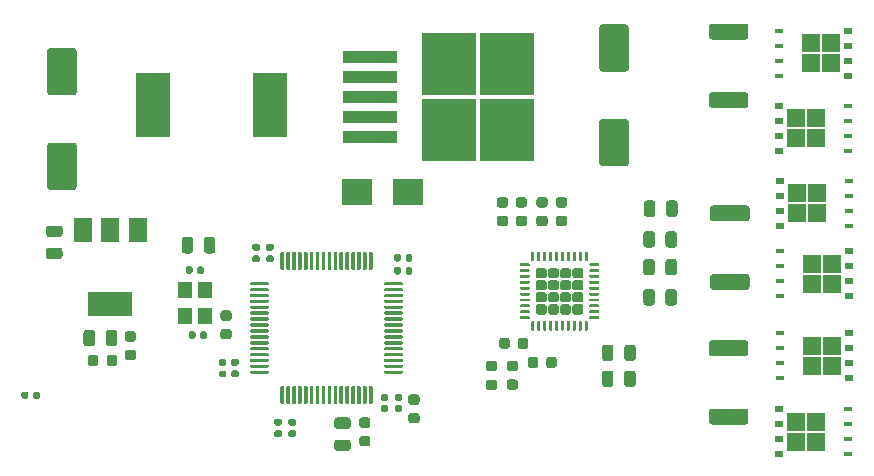
<source format=gbr>
%TF.GenerationSoftware,KiCad,Pcbnew,(5.1.6)-1*%
%TF.CreationDate,2021-03-31T23:30:28+02:00*%
%TF.ProjectId,DRIVER_8323_based,44524956-4552-45f3-9833-32335f626173,rev?*%
%TF.SameCoordinates,Original*%
%TF.FileFunction,Paste,Top*%
%TF.FilePolarity,Positive*%
%FSLAX46Y46*%
G04 Gerber Fmt 4.6, Leading zero omitted, Abs format (unit mm)*
G04 Created by KiCad (PCBNEW (5.1.6)-1) date 2021-03-31 23:30:28*
%MOMM*%
%LPD*%
G01*
G04 APERTURE LIST*
%ADD10R,0.750000X0.500000*%
%ADD11R,1.500000X1.500000*%
%ADD12R,0.750000X0.400000*%
%ADD13C,0.100000*%
%ADD14R,4.550000X5.250000*%
%ADD15R,4.600000X1.100000*%
%ADD16R,1.500000X2.000000*%
%ADD17R,3.800000X2.000000*%
%ADD18R,2.900000X5.400000*%
%ADD19R,2.500000X2.300000*%
%ADD20R,1.200000X1.400000*%
G04 APERTURE END LIST*
D10*
%TO.C,Q6*%
X154280000Y-48630000D03*
X154280000Y-47360000D03*
X154280000Y-46090000D03*
X154280000Y-44820000D03*
D11*
X151175000Y-47575000D03*
X151175000Y-45875000D03*
X152875000Y-47575000D03*
X152875000Y-45875000D03*
D12*
X148475000Y-48630000D03*
X148475000Y-47360000D03*
X148475000Y-46090000D03*
X148475000Y-44820000D03*
%TD*%
D10*
%TO.C,Q5*%
X154380000Y-67305000D03*
X154380000Y-66035000D03*
X154380000Y-64765000D03*
X154380000Y-63495000D03*
D11*
X151275000Y-66250000D03*
X151275000Y-64550000D03*
X152975000Y-66250000D03*
X152975000Y-64550000D03*
D12*
X148575000Y-67305000D03*
X148575000Y-66035000D03*
X148575000Y-64765000D03*
X148575000Y-63495000D03*
%TD*%
D10*
%TO.C,Q4*%
X154355000Y-74255000D03*
X154355000Y-72985000D03*
X154355000Y-71715000D03*
X154355000Y-70445000D03*
D11*
X151250000Y-73200000D03*
X151250000Y-71500000D03*
X152950000Y-73200000D03*
X152950000Y-71500000D03*
D12*
X148550000Y-74255000D03*
X148550000Y-72985000D03*
X148550000Y-71715000D03*
X148550000Y-70445000D03*
%TD*%
D10*
%TO.C,Q3*%
X148495000Y-51170000D03*
X148495000Y-52440000D03*
X148495000Y-53710000D03*
X148495000Y-54980000D03*
D11*
X151600000Y-52225000D03*
X151600000Y-53925000D03*
X149900000Y-52225000D03*
X149900000Y-53925000D03*
D12*
X154300000Y-51170000D03*
X154300000Y-52440000D03*
X154300000Y-53710000D03*
X154300000Y-54980000D03*
%TD*%
D10*
%TO.C,Q2*%
X148570000Y-57520000D03*
X148570000Y-58790000D03*
X148570000Y-60060000D03*
X148570000Y-61330000D03*
D11*
X151675000Y-58575000D03*
X151675000Y-60275000D03*
X149975000Y-58575000D03*
X149975000Y-60275000D03*
D12*
X154375000Y-57520000D03*
X154375000Y-58790000D03*
X154375000Y-60060000D03*
X154375000Y-61330000D03*
%TD*%
D10*
%TO.C,Q1*%
X148495000Y-76895000D03*
X148495000Y-78165000D03*
X148495000Y-79435000D03*
X148495000Y-80705000D03*
D11*
X151600000Y-77950000D03*
X151600000Y-79650000D03*
X149900000Y-77950000D03*
X149900000Y-79650000D03*
D12*
X154300000Y-76895000D03*
X154300000Y-78165000D03*
X154300000Y-79435000D03*
X154300000Y-80705000D03*
%TD*%
%TO.C,R9*%
G36*
G01*
X135350000Y-72556250D02*
X135350000Y-71643750D01*
G75*
G02*
X135593750Y-71400000I243750J0D01*
G01*
X136081250Y-71400000D01*
G75*
G02*
X136325000Y-71643750I0J-243750D01*
G01*
X136325000Y-72556250D01*
G75*
G02*
X136081250Y-72800000I-243750J0D01*
G01*
X135593750Y-72800000D01*
G75*
G02*
X135350000Y-72556250I0J243750D01*
G01*
G37*
G36*
G01*
X133475000Y-72556250D02*
X133475000Y-71643750D01*
G75*
G02*
X133718750Y-71400000I243750J0D01*
G01*
X134206250Y-71400000D01*
G75*
G02*
X134450000Y-71643750I0J-243750D01*
G01*
X134450000Y-72556250D01*
G75*
G02*
X134206250Y-72800000I-243750J0D01*
G01*
X133718750Y-72800000D01*
G75*
G02*
X133475000Y-72556250I0J243750D01*
G01*
G37*
%TD*%
D13*
%TO.C,U2*%
G36*
X130974126Y-65067981D02*
G01*
X130980107Y-65048266D01*
X130989819Y-65030096D01*
X131002889Y-65014170D01*
X131089954Y-64927105D01*
X131105880Y-64914035D01*
X131124050Y-64904323D01*
X131143765Y-64898342D01*
X131164268Y-64896323D01*
X131670732Y-64896323D01*
X131691235Y-64898342D01*
X131710950Y-64904323D01*
X131729120Y-64914035D01*
X131745046Y-64927105D01*
X131832111Y-65014170D01*
X131845181Y-65030096D01*
X131854893Y-65048266D01*
X131860874Y-65067981D01*
X131862893Y-65088484D01*
X131862893Y-65594948D01*
X131860874Y-65615451D01*
X131854893Y-65635166D01*
X131845181Y-65653336D01*
X131832111Y-65669262D01*
X131745046Y-65756327D01*
X131729120Y-65769397D01*
X131710950Y-65779109D01*
X131691235Y-65785090D01*
X131670732Y-65787109D01*
X131164268Y-65787109D01*
X131143765Y-65785090D01*
X131124050Y-65779109D01*
X131105880Y-65769397D01*
X131089954Y-65756327D01*
X131002889Y-65669262D01*
X130989819Y-65653336D01*
X130980107Y-65635166D01*
X130974126Y-65615451D01*
X130972107Y-65594948D01*
X130972107Y-65088484D01*
X130974126Y-65067981D01*
G37*
G36*
X129949126Y-65067981D02*
G01*
X129955107Y-65048266D01*
X129964819Y-65030096D01*
X129977889Y-65014170D01*
X130064954Y-64927105D01*
X130080880Y-64914035D01*
X130099050Y-64904323D01*
X130118765Y-64898342D01*
X130139268Y-64896323D01*
X130645732Y-64896323D01*
X130666235Y-64898342D01*
X130685950Y-64904323D01*
X130704120Y-64914035D01*
X130720046Y-64927105D01*
X130807111Y-65014170D01*
X130820181Y-65030096D01*
X130829893Y-65048266D01*
X130835874Y-65067981D01*
X130837893Y-65088484D01*
X130837893Y-65594948D01*
X130835874Y-65615451D01*
X130829893Y-65635166D01*
X130820181Y-65653336D01*
X130807111Y-65669262D01*
X130720046Y-65756327D01*
X130704120Y-65769397D01*
X130685950Y-65779109D01*
X130666235Y-65785090D01*
X130645732Y-65787109D01*
X130139268Y-65787109D01*
X130118765Y-65785090D01*
X130099050Y-65779109D01*
X130080880Y-65769397D01*
X130064954Y-65756327D01*
X129977889Y-65669262D01*
X129964819Y-65653336D01*
X129955107Y-65635166D01*
X129949126Y-65615451D01*
X129947107Y-65594948D01*
X129947107Y-65088484D01*
X129949126Y-65067981D01*
G37*
G36*
X128924126Y-65067981D02*
G01*
X128930107Y-65048266D01*
X128939819Y-65030096D01*
X128952889Y-65014170D01*
X129039954Y-64927105D01*
X129055880Y-64914035D01*
X129074050Y-64904323D01*
X129093765Y-64898342D01*
X129114268Y-64896323D01*
X129620732Y-64896323D01*
X129641235Y-64898342D01*
X129660950Y-64904323D01*
X129679120Y-64914035D01*
X129695046Y-64927105D01*
X129782111Y-65014170D01*
X129795181Y-65030096D01*
X129804893Y-65048266D01*
X129810874Y-65067981D01*
X129812893Y-65088484D01*
X129812893Y-65594948D01*
X129810874Y-65615451D01*
X129804893Y-65635166D01*
X129795181Y-65653336D01*
X129782111Y-65669262D01*
X129695046Y-65756327D01*
X129679120Y-65769397D01*
X129660950Y-65779109D01*
X129641235Y-65785090D01*
X129620732Y-65787109D01*
X129114268Y-65787109D01*
X129093765Y-65785090D01*
X129074050Y-65779109D01*
X129055880Y-65769397D01*
X129039954Y-65756327D01*
X128952889Y-65669262D01*
X128939819Y-65653336D01*
X128930107Y-65635166D01*
X128924126Y-65615451D01*
X128922107Y-65594948D01*
X128922107Y-65088484D01*
X128924126Y-65067981D01*
G37*
G36*
X127899126Y-65067981D02*
G01*
X127905107Y-65048266D01*
X127914819Y-65030096D01*
X127927889Y-65014170D01*
X128014954Y-64927105D01*
X128030880Y-64914035D01*
X128049050Y-64904323D01*
X128068765Y-64898342D01*
X128089268Y-64896323D01*
X128595732Y-64896323D01*
X128616235Y-64898342D01*
X128635950Y-64904323D01*
X128654120Y-64914035D01*
X128670046Y-64927105D01*
X128757111Y-65014170D01*
X128770181Y-65030096D01*
X128779893Y-65048266D01*
X128785874Y-65067981D01*
X128787893Y-65088484D01*
X128787893Y-65594948D01*
X128785874Y-65615451D01*
X128779893Y-65635166D01*
X128770181Y-65653336D01*
X128757111Y-65669262D01*
X128670046Y-65756327D01*
X128654120Y-65769397D01*
X128635950Y-65779109D01*
X128616235Y-65785090D01*
X128595732Y-65787109D01*
X128089268Y-65787109D01*
X128068765Y-65785090D01*
X128049050Y-65779109D01*
X128030880Y-65769397D01*
X128014954Y-65756327D01*
X127927889Y-65669262D01*
X127914819Y-65653336D01*
X127905107Y-65635166D01*
X127899126Y-65615451D01*
X127897107Y-65594948D01*
X127897107Y-65088484D01*
X127899126Y-65067981D01*
G37*
G36*
X130974126Y-66092981D02*
G01*
X130980107Y-66073266D01*
X130989819Y-66055096D01*
X131002889Y-66039170D01*
X131089954Y-65952105D01*
X131105880Y-65939035D01*
X131124050Y-65929323D01*
X131143765Y-65923342D01*
X131164268Y-65921323D01*
X131670732Y-65921323D01*
X131691235Y-65923342D01*
X131710950Y-65929323D01*
X131729120Y-65939035D01*
X131745046Y-65952105D01*
X131832111Y-66039170D01*
X131845181Y-66055096D01*
X131854893Y-66073266D01*
X131860874Y-66092981D01*
X131862893Y-66113484D01*
X131862893Y-66619948D01*
X131860874Y-66640451D01*
X131854893Y-66660166D01*
X131845181Y-66678336D01*
X131832111Y-66694262D01*
X131745046Y-66781327D01*
X131729120Y-66794397D01*
X131710950Y-66804109D01*
X131691235Y-66810090D01*
X131670732Y-66812109D01*
X131164268Y-66812109D01*
X131143765Y-66810090D01*
X131124050Y-66804109D01*
X131105880Y-66794397D01*
X131089954Y-66781327D01*
X131002889Y-66694262D01*
X130989819Y-66678336D01*
X130980107Y-66660166D01*
X130974126Y-66640451D01*
X130972107Y-66619948D01*
X130972107Y-66113484D01*
X130974126Y-66092981D01*
G37*
G36*
X129949126Y-66092981D02*
G01*
X129955107Y-66073266D01*
X129964819Y-66055096D01*
X129977889Y-66039170D01*
X130064954Y-65952105D01*
X130080880Y-65939035D01*
X130099050Y-65929323D01*
X130118765Y-65923342D01*
X130139268Y-65921323D01*
X130645732Y-65921323D01*
X130666235Y-65923342D01*
X130685950Y-65929323D01*
X130704120Y-65939035D01*
X130720046Y-65952105D01*
X130807111Y-66039170D01*
X130820181Y-66055096D01*
X130829893Y-66073266D01*
X130835874Y-66092981D01*
X130837893Y-66113484D01*
X130837893Y-66619948D01*
X130835874Y-66640451D01*
X130829893Y-66660166D01*
X130820181Y-66678336D01*
X130807111Y-66694262D01*
X130720046Y-66781327D01*
X130704120Y-66794397D01*
X130685950Y-66804109D01*
X130666235Y-66810090D01*
X130645732Y-66812109D01*
X130139268Y-66812109D01*
X130118765Y-66810090D01*
X130099050Y-66804109D01*
X130080880Y-66794397D01*
X130064954Y-66781327D01*
X129977889Y-66694262D01*
X129964819Y-66678336D01*
X129955107Y-66660166D01*
X129949126Y-66640451D01*
X129947107Y-66619948D01*
X129947107Y-66113484D01*
X129949126Y-66092981D01*
G37*
G36*
X128924126Y-66092981D02*
G01*
X128930107Y-66073266D01*
X128939819Y-66055096D01*
X128952889Y-66039170D01*
X129039954Y-65952105D01*
X129055880Y-65939035D01*
X129074050Y-65929323D01*
X129093765Y-65923342D01*
X129114268Y-65921323D01*
X129620732Y-65921323D01*
X129641235Y-65923342D01*
X129660950Y-65929323D01*
X129679120Y-65939035D01*
X129695046Y-65952105D01*
X129782111Y-66039170D01*
X129795181Y-66055096D01*
X129804893Y-66073266D01*
X129810874Y-66092981D01*
X129812893Y-66113484D01*
X129812893Y-66619948D01*
X129810874Y-66640451D01*
X129804893Y-66660166D01*
X129795181Y-66678336D01*
X129782111Y-66694262D01*
X129695046Y-66781327D01*
X129679120Y-66794397D01*
X129660950Y-66804109D01*
X129641235Y-66810090D01*
X129620732Y-66812109D01*
X129114268Y-66812109D01*
X129093765Y-66810090D01*
X129074050Y-66804109D01*
X129055880Y-66794397D01*
X129039954Y-66781327D01*
X128952889Y-66694262D01*
X128939819Y-66678336D01*
X128930107Y-66660166D01*
X128924126Y-66640451D01*
X128922107Y-66619948D01*
X128922107Y-66113484D01*
X128924126Y-66092981D01*
G37*
G36*
X127899126Y-66092981D02*
G01*
X127905107Y-66073266D01*
X127914819Y-66055096D01*
X127927889Y-66039170D01*
X128014954Y-65952105D01*
X128030880Y-65939035D01*
X128049050Y-65929323D01*
X128068765Y-65923342D01*
X128089268Y-65921323D01*
X128595732Y-65921323D01*
X128616235Y-65923342D01*
X128635950Y-65929323D01*
X128654120Y-65939035D01*
X128670046Y-65952105D01*
X128757111Y-66039170D01*
X128770181Y-66055096D01*
X128779893Y-66073266D01*
X128785874Y-66092981D01*
X128787893Y-66113484D01*
X128787893Y-66619948D01*
X128785874Y-66640451D01*
X128779893Y-66660166D01*
X128770181Y-66678336D01*
X128757111Y-66694262D01*
X128670046Y-66781327D01*
X128654120Y-66794397D01*
X128635950Y-66804109D01*
X128616235Y-66810090D01*
X128595732Y-66812109D01*
X128089268Y-66812109D01*
X128068765Y-66810090D01*
X128049050Y-66804109D01*
X128030880Y-66794397D01*
X128014954Y-66781327D01*
X127927889Y-66694262D01*
X127914819Y-66678336D01*
X127905107Y-66660166D01*
X127899126Y-66640451D01*
X127897107Y-66619948D01*
X127897107Y-66113484D01*
X127899126Y-66092981D01*
G37*
G36*
X130974126Y-67117981D02*
G01*
X130980107Y-67098266D01*
X130989819Y-67080096D01*
X131002889Y-67064170D01*
X131089954Y-66977105D01*
X131105880Y-66964035D01*
X131124050Y-66954323D01*
X131143765Y-66948342D01*
X131164268Y-66946323D01*
X131670732Y-66946323D01*
X131691235Y-66948342D01*
X131710950Y-66954323D01*
X131729120Y-66964035D01*
X131745046Y-66977105D01*
X131832111Y-67064170D01*
X131845181Y-67080096D01*
X131854893Y-67098266D01*
X131860874Y-67117981D01*
X131862893Y-67138484D01*
X131862893Y-67644948D01*
X131860874Y-67665451D01*
X131854893Y-67685166D01*
X131845181Y-67703336D01*
X131832111Y-67719262D01*
X131745046Y-67806327D01*
X131729120Y-67819397D01*
X131710950Y-67829109D01*
X131691235Y-67835090D01*
X131670732Y-67837109D01*
X131164268Y-67837109D01*
X131143765Y-67835090D01*
X131124050Y-67829109D01*
X131105880Y-67819397D01*
X131089954Y-67806327D01*
X131002889Y-67719262D01*
X130989819Y-67703336D01*
X130980107Y-67685166D01*
X130974126Y-67665451D01*
X130972107Y-67644948D01*
X130972107Y-67138484D01*
X130974126Y-67117981D01*
G37*
G36*
X129949126Y-67117981D02*
G01*
X129955107Y-67098266D01*
X129964819Y-67080096D01*
X129977889Y-67064170D01*
X130064954Y-66977105D01*
X130080880Y-66964035D01*
X130099050Y-66954323D01*
X130118765Y-66948342D01*
X130139268Y-66946323D01*
X130645732Y-66946323D01*
X130666235Y-66948342D01*
X130685950Y-66954323D01*
X130704120Y-66964035D01*
X130720046Y-66977105D01*
X130807111Y-67064170D01*
X130820181Y-67080096D01*
X130829893Y-67098266D01*
X130835874Y-67117981D01*
X130837893Y-67138484D01*
X130837893Y-67644948D01*
X130835874Y-67665451D01*
X130829893Y-67685166D01*
X130820181Y-67703336D01*
X130807111Y-67719262D01*
X130720046Y-67806327D01*
X130704120Y-67819397D01*
X130685950Y-67829109D01*
X130666235Y-67835090D01*
X130645732Y-67837109D01*
X130139268Y-67837109D01*
X130118765Y-67835090D01*
X130099050Y-67829109D01*
X130080880Y-67819397D01*
X130064954Y-67806327D01*
X129977889Y-67719262D01*
X129964819Y-67703336D01*
X129955107Y-67685166D01*
X129949126Y-67665451D01*
X129947107Y-67644948D01*
X129947107Y-67138484D01*
X129949126Y-67117981D01*
G37*
G36*
X128924126Y-67117981D02*
G01*
X128930107Y-67098266D01*
X128939819Y-67080096D01*
X128952889Y-67064170D01*
X129039954Y-66977105D01*
X129055880Y-66964035D01*
X129074050Y-66954323D01*
X129093765Y-66948342D01*
X129114268Y-66946323D01*
X129620732Y-66946323D01*
X129641235Y-66948342D01*
X129660950Y-66954323D01*
X129679120Y-66964035D01*
X129695046Y-66977105D01*
X129782111Y-67064170D01*
X129795181Y-67080096D01*
X129804893Y-67098266D01*
X129810874Y-67117981D01*
X129812893Y-67138484D01*
X129812893Y-67644948D01*
X129810874Y-67665451D01*
X129804893Y-67685166D01*
X129795181Y-67703336D01*
X129782111Y-67719262D01*
X129695046Y-67806327D01*
X129679120Y-67819397D01*
X129660950Y-67829109D01*
X129641235Y-67835090D01*
X129620732Y-67837109D01*
X129114268Y-67837109D01*
X129093765Y-67835090D01*
X129074050Y-67829109D01*
X129055880Y-67819397D01*
X129039954Y-67806327D01*
X128952889Y-67719262D01*
X128939819Y-67703336D01*
X128930107Y-67685166D01*
X128924126Y-67665451D01*
X128922107Y-67644948D01*
X128922107Y-67138484D01*
X128924126Y-67117981D01*
G37*
G36*
X127899126Y-67117981D02*
G01*
X127905107Y-67098266D01*
X127914819Y-67080096D01*
X127927889Y-67064170D01*
X128014954Y-66977105D01*
X128030880Y-66964035D01*
X128049050Y-66954323D01*
X128068765Y-66948342D01*
X128089268Y-66946323D01*
X128595732Y-66946323D01*
X128616235Y-66948342D01*
X128635950Y-66954323D01*
X128654120Y-66964035D01*
X128670046Y-66977105D01*
X128757111Y-67064170D01*
X128770181Y-67080096D01*
X128779893Y-67098266D01*
X128785874Y-67117981D01*
X128787893Y-67138484D01*
X128787893Y-67644948D01*
X128785874Y-67665451D01*
X128779893Y-67685166D01*
X128770181Y-67703336D01*
X128757111Y-67719262D01*
X128670046Y-67806327D01*
X128654120Y-67819397D01*
X128635950Y-67829109D01*
X128616235Y-67835090D01*
X128595732Y-67837109D01*
X128089268Y-67837109D01*
X128068765Y-67835090D01*
X128049050Y-67829109D01*
X128030880Y-67819397D01*
X128014954Y-67806327D01*
X127927889Y-67719262D01*
X127914819Y-67703336D01*
X127905107Y-67685166D01*
X127899126Y-67665451D01*
X127897107Y-67644948D01*
X127897107Y-67138484D01*
X127899126Y-67117981D01*
G37*
G36*
X130974126Y-68142981D02*
G01*
X130980107Y-68123266D01*
X130989819Y-68105096D01*
X131002889Y-68089170D01*
X131089954Y-68002105D01*
X131105880Y-67989035D01*
X131124050Y-67979323D01*
X131143765Y-67973342D01*
X131164268Y-67971323D01*
X131670732Y-67971323D01*
X131691235Y-67973342D01*
X131710950Y-67979323D01*
X131729120Y-67989035D01*
X131745046Y-68002105D01*
X131832111Y-68089170D01*
X131845181Y-68105096D01*
X131854893Y-68123266D01*
X131860874Y-68142981D01*
X131862893Y-68163484D01*
X131862893Y-68669948D01*
X131860874Y-68690451D01*
X131854893Y-68710166D01*
X131845181Y-68728336D01*
X131832111Y-68744262D01*
X131745046Y-68831327D01*
X131729120Y-68844397D01*
X131710950Y-68854109D01*
X131691235Y-68860090D01*
X131670732Y-68862109D01*
X131164268Y-68862109D01*
X131143765Y-68860090D01*
X131124050Y-68854109D01*
X131105880Y-68844397D01*
X131089954Y-68831327D01*
X131002889Y-68744262D01*
X130989819Y-68728336D01*
X130980107Y-68710166D01*
X130974126Y-68690451D01*
X130972107Y-68669948D01*
X130972107Y-68163484D01*
X130974126Y-68142981D01*
G37*
G36*
X129949126Y-68142981D02*
G01*
X129955107Y-68123266D01*
X129964819Y-68105096D01*
X129977889Y-68089170D01*
X130064954Y-68002105D01*
X130080880Y-67989035D01*
X130099050Y-67979323D01*
X130118765Y-67973342D01*
X130139268Y-67971323D01*
X130645732Y-67971323D01*
X130666235Y-67973342D01*
X130685950Y-67979323D01*
X130704120Y-67989035D01*
X130720046Y-68002105D01*
X130807111Y-68089170D01*
X130820181Y-68105096D01*
X130829893Y-68123266D01*
X130835874Y-68142981D01*
X130837893Y-68163484D01*
X130837893Y-68669948D01*
X130835874Y-68690451D01*
X130829893Y-68710166D01*
X130820181Y-68728336D01*
X130807111Y-68744262D01*
X130720046Y-68831327D01*
X130704120Y-68844397D01*
X130685950Y-68854109D01*
X130666235Y-68860090D01*
X130645732Y-68862109D01*
X130139268Y-68862109D01*
X130118765Y-68860090D01*
X130099050Y-68854109D01*
X130080880Y-68844397D01*
X130064954Y-68831327D01*
X129977889Y-68744262D01*
X129964819Y-68728336D01*
X129955107Y-68710166D01*
X129949126Y-68690451D01*
X129947107Y-68669948D01*
X129947107Y-68163484D01*
X129949126Y-68142981D01*
G37*
G36*
X128924126Y-68142981D02*
G01*
X128930107Y-68123266D01*
X128939819Y-68105096D01*
X128952889Y-68089170D01*
X129039954Y-68002105D01*
X129055880Y-67989035D01*
X129074050Y-67979323D01*
X129093765Y-67973342D01*
X129114268Y-67971323D01*
X129620732Y-67971323D01*
X129641235Y-67973342D01*
X129660950Y-67979323D01*
X129679120Y-67989035D01*
X129695046Y-68002105D01*
X129782111Y-68089170D01*
X129795181Y-68105096D01*
X129804893Y-68123266D01*
X129810874Y-68142981D01*
X129812893Y-68163484D01*
X129812893Y-68669948D01*
X129810874Y-68690451D01*
X129804893Y-68710166D01*
X129795181Y-68728336D01*
X129782111Y-68744262D01*
X129695046Y-68831327D01*
X129679120Y-68844397D01*
X129660950Y-68854109D01*
X129641235Y-68860090D01*
X129620732Y-68862109D01*
X129114268Y-68862109D01*
X129093765Y-68860090D01*
X129074050Y-68854109D01*
X129055880Y-68844397D01*
X129039954Y-68831327D01*
X128952889Y-68744262D01*
X128939819Y-68728336D01*
X128930107Y-68710166D01*
X128924126Y-68690451D01*
X128922107Y-68669948D01*
X128922107Y-68163484D01*
X128924126Y-68142981D01*
G37*
G36*
X127899126Y-68142981D02*
G01*
X127905107Y-68123266D01*
X127914819Y-68105096D01*
X127927889Y-68089170D01*
X128014954Y-68002105D01*
X128030880Y-67989035D01*
X128049050Y-67979323D01*
X128068765Y-67973342D01*
X128089268Y-67971323D01*
X128595732Y-67971323D01*
X128616235Y-67973342D01*
X128635950Y-67979323D01*
X128654120Y-67989035D01*
X128670046Y-68002105D01*
X128757111Y-68089170D01*
X128770181Y-68105096D01*
X128779893Y-68123266D01*
X128785874Y-68142981D01*
X128787893Y-68163484D01*
X128787893Y-68669948D01*
X128785874Y-68690451D01*
X128779893Y-68710166D01*
X128770181Y-68728336D01*
X128757111Y-68744262D01*
X128670046Y-68831327D01*
X128654120Y-68844397D01*
X128635950Y-68854109D01*
X128616235Y-68860090D01*
X128595732Y-68862109D01*
X128089268Y-68862109D01*
X128068765Y-68860090D01*
X128049050Y-68854109D01*
X128030880Y-68844397D01*
X128014954Y-68831327D01*
X127927889Y-68744262D01*
X127914819Y-68728336D01*
X127905107Y-68710166D01*
X127899126Y-68690451D01*
X127897107Y-68669948D01*
X127897107Y-68163484D01*
X127899126Y-68142981D01*
G37*
G36*
G01*
X127292500Y-69254216D02*
X126592500Y-69254216D01*
G75*
G02*
X126530000Y-69191716I0J62500D01*
G01*
X126530000Y-69066716D01*
G75*
G02*
X126592500Y-69004216I62500J0D01*
G01*
X127292500Y-69004216D01*
G75*
G02*
X127355000Y-69066716I0J-62500D01*
G01*
X127355000Y-69191716D01*
G75*
G02*
X127292500Y-69254216I-62500J0D01*
G01*
G37*
G36*
G01*
X127292500Y-68754216D02*
X126592500Y-68754216D01*
G75*
G02*
X126530000Y-68691716I0J62500D01*
G01*
X126530000Y-68566716D01*
G75*
G02*
X126592500Y-68504216I62500J0D01*
G01*
X127292500Y-68504216D01*
G75*
G02*
X127355000Y-68566716I0J-62500D01*
G01*
X127355000Y-68691716D01*
G75*
G02*
X127292500Y-68754216I-62500J0D01*
G01*
G37*
G36*
G01*
X127292500Y-68254216D02*
X126592500Y-68254216D01*
G75*
G02*
X126530000Y-68191716I0J62500D01*
G01*
X126530000Y-68066716D01*
G75*
G02*
X126592500Y-68004216I62500J0D01*
G01*
X127292500Y-68004216D01*
G75*
G02*
X127355000Y-68066716I0J-62500D01*
G01*
X127355000Y-68191716D01*
G75*
G02*
X127292500Y-68254216I-62500J0D01*
G01*
G37*
G36*
G01*
X127292500Y-67754216D02*
X126592500Y-67754216D01*
G75*
G02*
X126530000Y-67691716I0J62500D01*
G01*
X126530000Y-67566716D01*
G75*
G02*
X126592500Y-67504216I62500J0D01*
G01*
X127292500Y-67504216D01*
G75*
G02*
X127355000Y-67566716I0J-62500D01*
G01*
X127355000Y-67691716D01*
G75*
G02*
X127292500Y-67754216I-62500J0D01*
G01*
G37*
G36*
G01*
X127292500Y-67254216D02*
X126592500Y-67254216D01*
G75*
G02*
X126530000Y-67191716I0J62500D01*
G01*
X126530000Y-67066716D01*
G75*
G02*
X126592500Y-67004216I62500J0D01*
G01*
X127292500Y-67004216D01*
G75*
G02*
X127355000Y-67066716I0J-62500D01*
G01*
X127355000Y-67191716D01*
G75*
G02*
X127292500Y-67254216I-62500J0D01*
G01*
G37*
G36*
G01*
X127292500Y-66754216D02*
X126592500Y-66754216D01*
G75*
G02*
X126530000Y-66691716I0J62500D01*
G01*
X126530000Y-66566716D01*
G75*
G02*
X126592500Y-66504216I62500J0D01*
G01*
X127292500Y-66504216D01*
G75*
G02*
X127355000Y-66566716I0J-62500D01*
G01*
X127355000Y-66691716D01*
G75*
G02*
X127292500Y-66754216I-62500J0D01*
G01*
G37*
G36*
G01*
X127292500Y-66254216D02*
X126592500Y-66254216D01*
G75*
G02*
X126530000Y-66191716I0J62500D01*
G01*
X126530000Y-66066716D01*
G75*
G02*
X126592500Y-66004216I62500J0D01*
G01*
X127292500Y-66004216D01*
G75*
G02*
X127355000Y-66066716I0J-62500D01*
G01*
X127355000Y-66191716D01*
G75*
G02*
X127292500Y-66254216I-62500J0D01*
G01*
G37*
G36*
G01*
X127292500Y-65754216D02*
X126592500Y-65754216D01*
G75*
G02*
X126530000Y-65691716I0J62500D01*
G01*
X126530000Y-65566716D01*
G75*
G02*
X126592500Y-65504216I62500J0D01*
G01*
X127292500Y-65504216D01*
G75*
G02*
X127355000Y-65566716I0J-62500D01*
G01*
X127355000Y-65691716D01*
G75*
G02*
X127292500Y-65754216I-62500J0D01*
G01*
G37*
G36*
G01*
X127292500Y-65254216D02*
X126592500Y-65254216D01*
G75*
G02*
X126530000Y-65191716I0J62500D01*
G01*
X126530000Y-65066716D01*
G75*
G02*
X126592500Y-65004216I62500J0D01*
G01*
X127292500Y-65004216D01*
G75*
G02*
X127355000Y-65066716I0J-62500D01*
G01*
X127355000Y-65191716D01*
G75*
G02*
X127292500Y-65254216I-62500J0D01*
G01*
G37*
G36*
G01*
X127292500Y-64754216D02*
X126592500Y-64754216D01*
G75*
G02*
X126530000Y-64691716I0J62500D01*
G01*
X126530000Y-64566716D01*
G75*
G02*
X126592500Y-64504216I62500J0D01*
G01*
X127292500Y-64504216D01*
G75*
G02*
X127355000Y-64566716I0J-62500D01*
G01*
X127355000Y-64691716D01*
G75*
G02*
X127292500Y-64754216I-62500J0D01*
G01*
G37*
G36*
G01*
X127692500Y-64354216D02*
X127567500Y-64354216D01*
G75*
G02*
X127505000Y-64291716I0J62500D01*
G01*
X127505000Y-63591716D01*
G75*
G02*
X127567500Y-63529216I62500J0D01*
G01*
X127692500Y-63529216D01*
G75*
G02*
X127755000Y-63591716I0J-62500D01*
G01*
X127755000Y-64291716D01*
G75*
G02*
X127692500Y-64354216I-62500J0D01*
G01*
G37*
G36*
G01*
X128192500Y-64354216D02*
X128067500Y-64354216D01*
G75*
G02*
X128005000Y-64291716I0J62500D01*
G01*
X128005000Y-63591716D01*
G75*
G02*
X128067500Y-63529216I62500J0D01*
G01*
X128192500Y-63529216D01*
G75*
G02*
X128255000Y-63591716I0J-62500D01*
G01*
X128255000Y-64291716D01*
G75*
G02*
X128192500Y-64354216I-62500J0D01*
G01*
G37*
G36*
G01*
X128692500Y-64354216D02*
X128567500Y-64354216D01*
G75*
G02*
X128505000Y-64291716I0J62500D01*
G01*
X128505000Y-63591716D01*
G75*
G02*
X128567500Y-63529216I62500J0D01*
G01*
X128692500Y-63529216D01*
G75*
G02*
X128755000Y-63591716I0J-62500D01*
G01*
X128755000Y-64291716D01*
G75*
G02*
X128692500Y-64354216I-62500J0D01*
G01*
G37*
G36*
G01*
X129192500Y-64354216D02*
X129067500Y-64354216D01*
G75*
G02*
X129005000Y-64291716I0J62500D01*
G01*
X129005000Y-63591716D01*
G75*
G02*
X129067500Y-63529216I62500J0D01*
G01*
X129192500Y-63529216D01*
G75*
G02*
X129255000Y-63591716I0J-62500D01*
G01*
X129255000Y-64291716D01*
G75*
G02*
X129192500Y-64354216I-62500J0D01*
G01*
G37*
G36*
G01*
X129692500Y-64354216D02*
X129567500Y-64354216D01*
G75*
G02*
X129505000Y-64291716I0J62500D01*
G01*
X129505000Y-63591716D01*
G75*
G02*
X129567500Y-63529216I62500J0D01*
G01*
X129692500Y-63529216D01*
G75*
G02*
X129755000Y-63591716I0J-62500D01*
G01*
X129755000Y-64291716D01*
G75*
G02*
X129692500Y-64354216I-62500J0D01*
G01*
G37*
G36*
G01*
X130192500Y-64354216D02*
X130067500Y-64354216D01*
G75*
G02*
X130005000Y-64291716I0J62500D01*
G01*
X130005000Y-63591716D01*
G75*
G02*
X130067500Y-63529216I62500J0D01*
G01*
X130192500Y-63529216D01*
G75*
G02*
X130255000Y-63591716I0J-62500D01*
G01*
X130255000Y-64291716D01*
G75*
G02*
X130192500Y-64354216I-62500J0D01*
G01*
G37*
G36*
G01*
X130692500Y-64354216D02*
X130567500Y-64354216D01*
G75*
G02*
X130505000Y-64291716I0J62500D01*
G01*
X130505000Y-63591716D01*
G75*
G02*
X130567500Y-63529216I62500J0D01*
G01*
X130692500Y-63529216D01*
G75*
G02*
X130755000Y-63591716I0J-62500D01*
G01*
X130755000Y-64291716D01*
G75*
G02*
X130692500Y-64354216I-62500J0D01*
G01*
G37*
G36*
G01*
X131192500Y-64354216D02*
X131067500Y-64354216D01*
G75*
G02*
X131005000Y-64291716I0J62500D01*
G01*
X131005000Y-63591716D01*
G75*
G02*
X131067500Y-63529216I62500J0D01*
G01*
X131192500Y-63529216D01*
G75*
G02*
X131255000Y-63591716I0J-62500D01*
G01*
X131255000Y-64291716D01*
G75*
G02*
X131192500Y-64354216I-62500J0D01*
G01*
G37*
G36*
G01*
X131692500Y-64354216D02*
X131567500Y-64354216D01*
G75*
G02*
X131505000Y-64291716I0J62500D01*
G01*
X131505000Y-63591716D01*
G75*
G02*
X131567500Y-63529216I62500J0D01*
G01*
X131692500Y-63529216D01*
G75*
G02*
X131755000Y-63591716I0J-62500D01*
G01*
X131755000Y-64291716D01*
G75*
G02*
X131692500Y-64354216I-62500J0D01*
G01*
G37*
G36*
G01*
X132192500Y-64354216D02*
X132067500Y-64354216D01*
G75*
G02*
X132005000Y-64291716I0J62500D01*
G01*
X132005000Y-63591716D01*
G75*
G02*
X132067500Y-63529216I62500J0D01*
G01*
X132192500Y-63529216D01*
G75*
G02*
X132255000Y-63591716I0J-62500D01*
G01*
X132255000Y-64291716D01*
G75*
G02*
X132192500Y-64354216I-62500J0D01*
G01*
G37*
G36*
G01*
X133167500Y-64754216D02*
X132467500Y-64754216D01*
G75*
G02*
X132405000Y-64691716I0J62500D01*
G01*
X132405000Y-64566716D01*
G75*
G02*
X132467500Y-64504216I62500J0D01*
G01*
X133167500Y-64504216D01*
G75*
G02*
X133230000Y-64566716I0J-62500D01*
G01*
X133230000Y-64691716D01*
G75*
G02*
X133167500Y-64754216I-62500J0D01*
G01*
G37*
G36*
G01*
X133167500Y-65254216D02*
X132467500Y-65254216D01*
G75*
G02*
X132405000Y-65191716I0J62500D01*
G01*
X132405000Y-65066716D01*
G75*
G02*
X132467500Y-65004216I62500J0D01*
G01*
X133167500Y-65004216D01*
G75*
G02*
X133230000Y-65066716I0J-62500D01*
G01*
X133230000Y-65191716D01*
G75*
G02*
X133167500Y-65254216I-62500J0D01*
G01*
G37*
G36*
G01*
X133167500Y-65754216D02*
X132467500Y-65754216D01*
G75*
G02*
X132405000Y-65691716I0J62500D01*
G01*
X132405000Y-65566716D01*
G75*
G02*
X132467500Y-65504216I62500J0D01*
G01*
X133167500Y-65504216D01*
G75*
G02*
X133230000Y-65566716I0J-62500D01*
G01*
X133230000Y-65691716D01*
G75*
G02*
X133167500Y-65754216I-62500J0D01*
G01*
G37*
G36*
G01*
X133167500Y-66254216D02*
X132467500Y-66254216D01*
G75*
G02*
X132405000Y-66191716I0J62500D01*
G01*
X132405000Y-66066716D01*
G75*
G02*
X132467500Y-66004216I62500J0D01*
G01*
X133167500Y-66004216D01*
G75*
G02*
X133230000Y-66066716I0J-62500D01*
G01*
X133230000Y-66191716D01*
G75*
G02*
X133167500Y-66254216I-62500J0D01*
G01*
G37*
G36*
G01*
X133167500Y-66754216D02*
X132467500Y-66754216D01*
G75*
G02*
X132405000Y-66691716I0J62500D01*
G01*
X132405000Y-66566716D01*
G75*
G02*
X132467500Y-66504216I62500J0D01*
G01*
X133167500Y-66504216D01*
G75*
G02*
X133230000Y-66566716I0J-62500D01*
G01*
X133230000Y-66691716D01*
G75*
G02*
X133167500Y-66754216I-62500J0D01*
G01*
G37*
G36*
G01*
X133167500Y-67254216D02*
X132467500Y-67254216D01*
G75*
G02*
X132405000Y-67191716I0J62500D01*
G01*
X132405000Y-67066716D01*
G75*
G02*
X132467500Y-67004216I62500J0D01*
G01*
X133167500Y-67004216D01*
G75*
G02*
X133230000Y-67066716I0J-62500D01*
G01*
X133230000Y-67191716D01*
G75*
G02*
X133167500Y-67254216I-62500J0D01*
G01*
G37*
G36*
G01*
X133167500Y-67754216D02*
X132467500Y-67754216D01*
G75*
G02*
X132405000Y-67691716I0J62500D01*
G01*
X132405000Y-67566716D01*
G75*
G02*
X132467500Y-67504216I62500J0D01*
G01*
X133167500Y-67504216D01*
G75*
G02*
X133230000Y-67566716I0J-62500D01*
G01*
X133230000Y-67691716D01*
G75*
G02*
X133167500Y-67754216I-62500J0D01*
G01*
G37*
G36*
G01*
X133167500Y-68254216D02*
X132467500Y-68254216D01*
G75*
G02*
X132405000Y-68191716I0J62500D01*
G01*
X132405000Y-68066716D01*
G75*
G02*
X132467500Y-68004216I62500J0D01*
G01*
X133167500Y-68004216D01*
G75*
G02*
X133230000Y-68066716I0J-62500D01*
G01*
X133230000Y-68191716D01*
G75*
G02*
X133167500Y-68254216I-62500J0D01*
G01*
G37*
G36*
G01*
X133167500Y-68754216D02*
X132467500Y-68754216D01*
G75*
G02*
X132405000Y-68691716I0J62500D01*
G01*
X132405000Y-68566716D01*
G75*
G02*
X132467500Y-68504216I62500J0D01*
G01*
X133167500Y-68504216D01*
G75*
G02*
X133230000Y-68566716I0J-62500D01*
G01*
X133230000Y-68691716D01*
G75*
G02*
X133167500Y-68754216I-62500J0D01*
G01*
G37*
G36*
G01*
X133167500Y-69254216D02*
X132467500Y-69254216D01*
G75*
G02*
X132405000Y-69191716I0J62500D01*
G01*
X132405000Y-69066716D01*
G75*
G02*
X132467500Y-69004216I62500J0D01*
G01*
X133167500Y-69004216D01*
G75*
G02*
X133230000Y-69066716I0J-62500D01*
G01*
X133230000Y-69191716D01*
G75*
G02*
X133167500Y-69254216I-62500J0D01*
G01*
G37*
G36*
G01*
X132192500Y-70229216D02*
X132067500Y-70229216D01*
G75*
G02*
X132005000Y-70166716I0J62500D01*
G01*
X132005000Y-69466716D01*
G75*
G02*
X132067500Y-69404216I62500J0D01*
G01*
X132192500Y-69404216D01*
G75*
G02*
X132255000Y-69466716I0J-62500D01*
G01*
X132255000Y-70166716D01*
G75*
G02*
X132192500Y-70229216I-62500J0D01*
G01*
G37*
G36*
G01*
X131692500Y-70229216D02*
X131567500Y-70229216D01*
G75*
G02*
X131505000Y-70166716I0J62500D01*
G01*
X131505000Y-69466716D01*
G75*
G02*
X131567500Y-69404216I62500J0D01*
G01*
X131692500Y-69404216D01*
G75*
G02*
X131755000Y-69466716I0J-62500D01*
G01*
X131755000Y-70166716D01*
G75*
G02*
X131692500Y-70229216I-62500J0D01*
G01*
G37*
G36*
G01*
X131192500Y-70229216D02*
X131067500Y-70229216D01*
G75*
G02*
X131005000Y-70166716I0J62500D01*
G01*
X131005000Y-69466716D01*
G75*
G02*
X131067500Y-69404216I62500J0D01*
G01*
X131192500Y-69404216D01*
G75*
G02*
X131255000Y-69466716I0J-62500D01*
G01*
X131255000Y-70166716D01*
G75*
G02*
X131192500Y-70229216I-62500J0D01*
G01*
G37*
G36*
G01*
X130692500Y-70229216D02*
X130567500Y-70229216D01*
G75*
G02*
X130505000Y-70166716I0J62500D01*
G01*
X130505000Y-69466716D01*
G75*
G02*
X130567500Y-69404216I62500J0D01*
G01*
X130692500Y-69404216D01*
G75*
G02*
X130755000Y-69466716I0J-62500D01*
G01*
X130755000Y-70166716D01*
G75*
G02*
X130692500Y-70229216I-62500J0D01*
G01*
G37*
G36*
G01*
X130192500Y-70229216D02*
X130067500Y-70229216D01*
G75*
G02*
X130005000Y-70166716I0J62500D01*
G01*
X130005000Y-69466716D01*
G75*
G02*
X130067500Y-69404216I62500J0D01*
G01*
X130192500Y-69404216D01*
G75*
G02*
X130255000Y-69466716I0J-62500D01*
G01*
X130255000Y-70166716D01*
G75*
G02*
X130192500Y-70229216I-62500J0D01*
G01*
G37*
G36*
G01*
X129692500Y-70229216D02*
X129567500Y-70229216D01*
G75*
G02*
X129505000Y-70166716I0J62500D01*
G01*
X129505000Y-69466716D01*
G75*
G02*
X129567500Y-69404216I62500J0D01*
G01*
X129692500Y-69404216D01*
G75*
G02*
X129755000Y-69466716I0J-62500D01*
G01*
X129755000Y-70166716D01*
G75*
G02*
X129692500Y-70229216I-62500J0D01*
G01*
G37*
G36*
G01*
X129192500Y-70229216D02*
X129067500Y-70229216D01*
G75*
G02*
X129005000Y-70166716I0J62500D01*
G01*
X129005000Y-69466716D01*
G75*
G02*
X129067500Y-69404216I62500J0D01*
G01*
X129192500Y-69404216D01*
G75*
G02*
X129255000Y-69466716I0J-62500D01*
G01*
X129255000Y-70166716D01*
G75*
G02*
X129192500Y-70229216I-62500J0D01*
G01*
G37*
G36*
G01*
X128692500Y-70229216D02*
X128567500Y-70229216D01*
G75*
G02*
X128505000Y-70166716I0J62500D01*
G01*
X128505000Y-69466716D01*
G75*
G02*
X128567500Y-69404216I62500J0D01*
G01*
X128692500Y-69404216D01*
G75*
G02*
X128755000Y-69466716I0J-62500D01*
G01*
X128755000Y-70166716D01*
G75*
G02*
X128692500Y-70229216I-62500J0D01*
G01*
G37*
G36*
G01*
X128192500Y-70229216D02*
X128067500Y-70229216D01*
G75*
G02*
X128005000Y-70166716I0J62500D01*
G01*
X128005000Y-69466716D01*
G75*
G02*
X128067500Y-69404216I62500J0D01*
G01*
X128192500Y-69404216D01*
G75*
G02*
X128255000Y-69466716I0J-62500D01*
G01*
X128255000Y-70166716D01*
G75*
G02*
X128192500Y-70229216I-62500J0D01*
G01*
G37*
G36*
G01*
X127692500Y-70229216D02*
X127567500Y-70229216D01*
G75*
G02*
X127505000Y-70166716I0J62500D01*
G01*
X127505000Y-69466716D01*
G75*
G02*
X127567500Y-69404216I62500J0D01*
G01*
X127692500Y-69404216D01*
G75*
G02*
X127755000Y-69466716I0J-62500D01*
G01*
X127755000Y-70166716D01*
G75*
G02*
X127692500Y-70229216I-62500J0D01*
G01*
G37*
%TD*%
%TO.C,C23*%
G36*
G01*
X84910000Y-75527500D02*
X84910000Y-75872500D01*
G75*
G02*
X84762500Y-76020000I-147500J0D01*
G01*
X84467500Y-76020000D01*
G75*
G02*
X84320000Y-75872500I0J147500D01*
G01*
X84320000Y-75527500D01*
G75*
G02*
X84467500Y-75380000I147500J0D01*
G01*
X84762500Y-75380000D01*
G75*
G02*
X84910000Y-75527500I0J-147500D01*
G01*
G37*
G36*
G01*
X85880000Y-75527500D02*
X85880000Y-75872500D01*
G75*
G02*
X85732500Y-76020000I-147500J0D01*
G01*
X85437500Y-76020000D01*
G75*
G02*
X85290000Y-75872500I0J147500D01*
G01*
X85290000Y-75527500D01*
G75*
G02*
X85437500Y-75380000I147500J0D01*
G01*
X85732500Y-75380000D01*
G75*
G02*
X85880000Y-75527500I0J-147500D01*
G01*
G37*
%TD*%
%TO.C,C22*%
G36*
G01*
X101177500Y-73600000D02*
X101522500Y-73600000D01*
G75*
G02*
X101670000Y-73747500I0J-147500D01*
G01*
X101670000Y-74042500D01*
G75*
G02*
X101522500Y-74190000I-147500J0D01*
G01*
X101177500Y-74190000D01*
G75*
G02*
X101030000Y-74042500I0J147500D01*
G01*
X101030000Y-73747500D01*
G75*
G02*
X101177500Y-73600000I147500J0D01*
G01*
G37*
G36*
G01*
X101177500Y-72630000D02*
X101522500Y-72630000D01*
G75*
G02*
X101670000Y-72777500I0J-147500D01*
G01*
X101670000Y-73072500D01*
G75*
G02*
X101522500Y-73220000I-147500J0D01*
G01*
X101177500Y-73220000D01*
G75*
G02*
X101030000Y-73072500I0J147500D01*
G01*
X101030000Y-72777500D01*
G75*
G02*
X101177500Y-72630000I147500J0D01*
G01*
G37*
%TD*%
%TO.C,R17*%
G36*
G01*
X125306250Y-59800000D02*
X124793750Y-59800000D01*
G75*
G02*
X124575000Y-59581250I0J218750D01*
G01*
X124575000Y-59143750D01*
G75*
G02*
X124793750Y-58925000I218750J0D01*
G01*
X125306250Y-58925000D01*
G75*
G02*
X125525000Y-59143750I0J-218750D01*
G01*
X125525000Y-59581250D01*
G75*
G02*
X125306250Y-59800000I-218750J0D01*
G01*
G37*
G36*
G01*
X125306250Y-61375000D02*
X124793750Y-61375000D01*
G75*
G02*
X124575000Y-61156250I0J218750D01*
G01*
X124575000Y-60718750D01*
G75*
G02*
X124793750Y-60500000I218750J0D01*
G01*
X125306250Y-60500000D01*
G75*
G02*
X125525000Y-60718750I0J-218750D01*
G01*
X125525000Y-61156250D01*
G75*
G02*
X125306250Y-61375000I-218750J0D01*
G01*
G37*
%TD*%
%TO.C,R16*%
G36*
G01*
X126906250Y-59800000D02*
X126393750Y-59800000D01*
G75*
G02*
X126175000Y-59581250I0J218750D01*
G01*
X126175000Y-59143750D01*
G75*
G02*
X126393750Y-58925000I218750J0D01*
G01*
X126906250Y-58925000D01*
G75*
G02*
X127125000Y-59143750I0J-218750D01*
G01*
X127125000Y-59581250D01*
G75*
G02*
X126906250Y-59800000I-218750J0D01*
G01*
G37*
G36*
G01*
X126906250Y-61375000D02*
X126393750Y-61375000D01*
G75*
G02*
X126175000Y-61156250I0J218750D01*
G01*
X126175000Y-60718750D01*
G75*
G02*
X126393750Y-60500000I218750J0D01*
G01*
X126906250Y-60500000D01*
G75*
G02*
X127125000Y-60718750I0J-218750D01*
G01*
X127125000Y-61156250D01*
G75*
G02*
X126906250Y-61375000I-218750J0D01*
G01*
G37*
%TD*%
%TO.C,R15*%
G36*
G01*
X128656250Y-59800000D02*
X128143750Y-59800000D01*
G75*
G02*
X127925000Y-59581250I0J218750D01*
G01*
X127925000Y-59143750D01*
G75*
G02*
X128143750Y-58925000I218750J0D01*
G01*
X128656250Y-58925000D01*
G75*
G02*
X128875000Y-59143750I0J-218750D01*
G01*
X128875000Y-59581250D01*
G75*
G02*
X128656250Y-59800000I-218750J0D01*
G01*
G37*
G36*
G01*
X128656250Y-61375000D02*
X128143750Y-61375000D01*
G75*
G02*
X127925000Y-61156250I0J218750D01*
G01*
X127925000Y-60718750D01*
G75*
G02*
X128143750Y-60500000I218750J0D01*
G01*
X128656250Y-60500000D01*
G75*
G02*
X128875000Y-60718750I0J-218750D01*
G01*
X128875000Y-61156250D01*
G75*
G02*
X128656250Y-61375000I-218750J0D01*
G01*
G37*
%TD*%
D14*
%TO.C,U4*%
X120550000Y-53200000D03*
X125400000Y-47650000D03*
X120550000Y-47650000D03*
X125400000Y-53200000D03*
D15*
X113825000Y-53825000D03*
X113825000Y-52125000D03*
X113825000Y-50425000D03*
X113825000Y-48725000D03*
X113825000Y-47025000D03*
%TD*%
D16*
%TO.C,U1*%
X94150000Y-61700000D03*
X89550000Y-61700000D03*
X91850000Y-61700000D03*
D17*
X91850000Y-68000000D03*
%TD*%
%TO.C,C16*%
G36*
G01*
X124370250Y-73673500D02*
X123857750Y-73673500D01*
G75*
G02*
X123639000Y-73454750I0J218750D01*
G01*
X123639000Y-73017250D01*
G75*
G02*
X123857750Y-72798500I218750J0D01*
G01*
X124370250Y-72798500D01*
G75*
G02*
X124589000Y-73017250I0J-218750D01*
G01*
X124589000Y-73454750D01*
G75*
G02*
X124370250Y-73673500I-218750J0D01*
G01*
G37*
G36*
G01*
X124370250Y-75248500D02*
X123857750Y-75248500D01*
G75*
G02*
X123639000Y-75029750I0J218750D01*
G01*
X123639000Y-74592250D01*
G75*
G02*
X123857750Y-74373500I218750J0D01*
G01*
X124370250Y-74373500D01*
G75*
G02*
X124589000Y-74592250I0J-218750D01*
G01*
X124589000Y-75029750D01*
G75*
G02*
X124370250Y-75248500I-218750J0D01*
G01*
G37*
%TD*%
%TO.C,R5*%
G36*
G01*
X101906250Y-69387500D02*
X101393750Y-69387500D01*
G75*
G02*
X101175000Y-69168750I0J218750D01*
G01*
X101175000Y-68731250D01*
G75*
G02*
X101393750Y-68512500I218750J0D01*
G01*
X101906250Y-68512500D01*
G75*
G02*
X102125000Y-68731250I0J-218750D01*
G01*
X102125000Y-69168750D01*
G75*
G02*
X101906250Y-69387500I-218750J0D01*
G01*
G37*
G36*
G01*
X101906250Y-70962500D02*
X101393750Y-70962500D01*
G75*
G02*
X101175000Y-70743750I0J218750D01*
G01*
X101175000Y-70306250D01*
G75*
G02*
X101393750Y-70087500I218750J0D01*
G01*
X101906250Y-70087500D01*
G75*
G02*
X102125000Y-70306250I0J-218750D01*
G01*
X102125000Y-70743750D01*
G75*
G02*
X101906250Y-70962500I-218750J0D01*
G01*
G37*
%TD*%
D18*
%TO.C,L1*%
X95450000Y-51150000D03*
X105350000Y-51150000D03*
%TD*%
D19*
%TO.C,D1*%
X117060000Y-58500000D03*
X112760000Y-58500000D03*
%TD*%
%TO.C,C14*%
G36*
G01*
X86750000Y-54300000D02*
X88750000Y-54300000D01*
G75*
G02*
X89000000Y-54550000I0J-250000D01*
G01*
X89000000Y-58050000D01*
G75*
G02*
X88750000Y-58300000I-250000J0D01*
G01*
X86750000Y-58300000D01*
G75*
G02*
X86500000Y-58050000I0J250000D01*
G01*
X86500000Y-54550000D01*
G75*
G02*
X86750000Y-54300000I250000J0D01*
G01*
G37*
G36*
G01*
X86750000Y-46300000D02*
X88750000Y-46300000D01*
G75*
G02*
X89000000Y-46550000I0J-250000D01*
G01*
X89000000Y-50050000D01*
G75*
G02*
X88750000Y-50300000I-250000J0D01*
G01*
X86750000Y-50300000D01*
G75*
G02*
X86500000Y-50050000I0J250000D01*
G01*
X86500000Y-46550000D01*
G75*
G02*
X86750000Y-46300000I250000J0D01*
G01*
G37*
%TD*%
%TO.C,C13*%
G36*
G01*
X133500000Y-52300000D02*
X135500000Y-52300000D01*
G75*
G02*
X135750000Y-52550000I0J-250000D01*
G01*
X135750000Y-56050000D01*
G75*
G02*
X135500000Y-56300000I-250000J0D01*
G01*
X133500000Y-56300000D01*
G75*
G02*
X133250000Y-56050000I0J250000D01*
G01*
X133250000Y-52550000D01*
G75*
G02*
X133500000Y-52300000I250000J0D01*
G01*
G37*
G36*
G01*
X133500000Y-44300000D02*
X135500000Y-44300000D01*
G75*
G02*
X135750000Y-44550000I0J-250000D01*
G01*
X135750000Y-48050000D01*
G75*
G02*
X135500000Y-48300000I-250000J0D01*
G01*
X133500000Y-48300000D01*
G75*
G02*
X133250000Y-48050000I0J250000D01*
G01*
X133250000Y-44550000D01*
G75*
G02*
X133500000Y-44300000I250000J0D01*
G01*
G37*
%TD*%
%TO.C,U3*%
G36*
G01*
X106250000Y-65025000D02*
X106250000Y-63625000D01*
G75*
G02*
X106325000Y-63550000I75000J0D01*
G01*
X106475000Y-63550000D01*
G75*
G02*
X106550000Y-63625000I0J-75000D01*
G01*
X106550000Y-65025000D01*
G75*
G02*
X106475000Y-65100000I-75000J0D01*
G01*
X106325000Y-65100000D01*
G75*
G02*
X106250000Y-65025000I0J75000D01*
G01*
G37*
G36*
G01*
X106750000Y-65025000D02*
X106750000Y-63625000D01*
G75*
G02*
X106825000Y-63550000I75000J0D01*
G01*
X106975000Y-63550000D01*
G75*
G02*
X107050000Y-63625000I0J-75000D01*
G01*
X107050000Y-65025000D01*
G75*
G02*
X106975000Y-65100000I-75000J0D01*
G01*
X106825000Y-65100000D01*
G75*
G02*
X106750000Y-65025000I0J75000D01*
G01*
G37*
G36*
G01*
X107250000Y-65025000D02*
X107250000Y-63625000D01*
G75*
G02*
X107325000Y-63550000I75000J0D01*
G01*
X107475000Y-63550000D01*
G75*
G02*
X107550000Y-63625000I0J-75000D01*
G01*
X107550000Y-65025000D01*
G75*
G02*
X107475000Y-65100000I-75000J0D01*
G01*
X107325000Y-65100000D01*
G75*
G02*
X107250000Y-65025000I0J75000D01*
G01*
G37*
G36*
G01*
X107750000Y-65025000D02*
X107750000Y-63625000D01*
G75*
G02*
X107825000Y-63550000I75000J0D01*
G01*
X107975000Y-63550000D01*
G75*
G02*
X108050000Y-63625000I0J-75000D01*
G01*
X108050000Y-65025000D01*
G75*
G02*
X107975000Y-65100000I-75000J0D01*
G01*
X107825000Y-65100000D01*
G75*
G02*
X107750000Y-65025000I0J75000D01*
G01*
G37*
G36*
G01*
X108250000Y-65025000D02*
X108250000Y-63625000D01*
G75*
G02*
X108325000Y-63550000I75000J0D01*
G01*
X108475000Y-63550000D01*
G75*
G02*
X108550000Y-63625000I0J-75000D01*
G01*
X108550000Y-65025000D01*
G75*
G02*
X108475000Y-65100000I-75000J0D01*
G01*
X108325000Y-65100000D01*
G75*
G02*
X108250000Y-65025000I0J75000D01*
G01*
G37*
G36*
G01*
X108750000Y-65025000D02*
X108750000Y-63625000D01*
G75*
G02*
X108825000Y-63550000I75000J0D01*
G01*
X108975000Y-63550000D01*
G75*
G02*
X109050000Y-63625000I0J-75000D01*
G01*
X109050000Y-65025000D01*
G75*
G02*
X108975000Y-65100000I-75000J0D01*
G01*
X108825000Y-65100000D01*
G75*
G02*
X108750000Y-65025000I0J75000D01*
G01*
G37*
G36*
G01*
X109250000Y-65025000D02*
X109250000Y-63625000D01*
G75*
G02*
X109325000Y-63550000I75000J0D01*
G01*
X109475000Y-63550000D01*
G75*
G02*
X109550000Y-63625000I0J-75000D01*
G01*
X109550000Y-65025000D01*
G75*
G02*
X109475000Y-65100000I-75000J0D01*
G01*
X109325000Y-65100000D01*
G75*
G02*
X109250000Y-65025000I0J75000D01*
G01*
G37*
G36*
G01*
X109750000Y-65025000D02*
X109750000Y-63625000D01*
G75*
G02*
X109825000Y-63550000I75000J0D01*
G01*
X109975000Y-63550000D01*
G75*
G02*
X110050000Y-63625000I0J-75000D01*
G01*
X110050000Y-65025000D01*
G75*
G02*
X109975000Y-65100000I-75000J0D01*
G01*
X109825000Y-65100000D01*
G75*
G02*
X109750000Y-65025000I0J75000D01*
G01*
G37*
G36*
G01*
X110250000Y-65025000D02*
X110250000Y-63625000D01*
G75*
G02*
X110325000Y-63550000I75000J0D01*
G01*
X110475000Y-63550000D01*
G75*
G02*
X110550000Y-63625000I0J-75000D01*
G01*
X110550000Y-65025000D01*
G75*
G02*
X110475000Y-65100000I-75000J0D01*
G01*
X110325000Y-65100000D01*
G75*
G02*
X110250000Y-65025000I0J75000D01*
G01*
G37*
G36*
G01*
X110750000Y-65025000D02*
X110750000Y-63625000D01*
G75*
G02*
X110825000Y-63550000I75000J0D01*
G01*
X110975000Y-63550000D01*
G75*
G02*
X111050000Y-63625000I0J-75000D01*
G01*
X111050000Y-65025000D01*
G75*
G02*
X110975000Y-65100000I-75000J0D01*
G01*
X110825000Y-65100000D01*
G75*
G02*
X110750000Y-65025000I0J75000D01*
G01*
G37*
G36*
G01*
X111250000Y-65025000D02*
X111250000Y-63625000D01*
G75*
G02*
X111325000Y-63550000I75000J0D01*
G01*
X111475000Y-63550000D01*
G75*
G02*
X111550000Y-63625000I0J-75000D01*
G01*
X111550000Y-65025000D01*
G75*
G02*
X111475000Y-65100000I-75000J0D01*
G01*
X111325000Y-65100000D01*
G75*
G02*
X111250000Y-65025000I0J75000D01*
G01*
G37*
G36*
G01*
X111750000Y-65025000D02*
X111750000Y-63625000D01*
G75*
G02*
X111825000Y-63550000I75000J0D01*
G01*
X111975000Y-63550000D01*
G75*
G02*
X112050000Y-63625000I0J-75000D01*
G01*
X112050000Y-65025000D01*
G75*
G02*
X111975000Y-65100000I-75000J0D01*
G01*
X111825000Y-65100000D01*
G75*
G02*
X111750000Y-65025000I0J75000D01*
G01*
G37*
G36*
G01*
X112250000Y-65025000D02*
X112250000Y-63625000D01*
G75*
G02*
X112325000Y-63550000I75000J0D01*
G01*
X112475000Y-63550000D01*
G75*
G02*
X112550000Y-63625000I0J-75000D01*
G01*
X112550000Y-65025000D01*
G75*
G02*
X112475000Y-65100000I-75000J0D01*
G01*
X112325000Y-65100000D01*
G75*
G02*
X112250000Y-65025000I0J75000D01*
G01*
G37*
G36*
G01*
X112750000Y-65025000D02*
X112750000Y-63625000D01*
G75*
G02*
X112825000Y-63550000I75000J0D01*
G01*
X112975000Y-63550000D01*
G75*
G02*
X113050000Y-63625000I0J-75000D01*
G01*
X113050000Y-65025000D01*
G75*
G02*
X112975000Y-65100000I-75000J0D01*
G01*
X112825000Y-65100000D01*
G75*
G02*
X112750000Y-65025000I0J75000D01*
G01*
G37*
G36*
G01*
X113250000Y-65025000D02*
X113250000Y-63625000D01*
G75*
G02*
X113325000Y-63550000I75000J0D01*
G01*
X113475000Y-63550000D01*
G75*
G02*
X113550000Y-63625000I0J-75000D01*
G01*
X113550000Y-65025000D01*
G75*
G02*
X113475000Y-65100000I-75000J0D01*
G01*
X113325000Y-65100000D01*
G75*
G02*
X113250000Y-65025000I0J75000D01*
G01*
G37*
G36*
G01*
X113750000Y-65025000D02*
X113750000Y-63625000D01*
G75*
G02*
X113825000Y-63550000I75000J0D01*
G01*
X113975000Y-63550000D01*
G75*
G02*
X114050000Y-63625000I0J-75000D01*
G01*
X114050000Y-65025000D01*
G75*
G02*
X113975000Y-65100000I-75000J0D01*
G01*
X113825000Y-65100000D01*
G75*
G02*
X113750000Y-65025000I0J75000D01*
G01*
G37*
G36*
G01*
X115050000Y-66325000D02*
X115050000Y-66175000D01*
G75*
G02*
X115125000Y-66100000I75000J0D01*
G01*
X116525000Y-66100000D01*
G75*
G02*
X116600000Y-66175000I0J-75000D01*
G01*
X116600000Y-66325000D01*
G75*
G02*
X116525000Y-66400000I-75000J0D01*
G01*
X115125000Y-66400000D01*
G75*
G02*
X115050000Y-66325000I0J75000D01*
G01*
G37*
G36*
G01*
X115050000Y-66825000D02*
X115050000Y-66675000D01*
G75*
G02*
X115125000Y-66600000I75000J0D01*
G01*
X116525000Y-66600000D01*
G75*
G02*
X116600000Y-66675000I0J-75000D01*
G01*
X116600000Y-66825000D01*
G75*
G02*
X116525000Y-66900000I-75000J0D01*
G01*
X115125000Y-66900000D01*
G75*
G02*
X115050000Y-66825000I0J75000D01*
G01*
G37*
G36*
G01*
X115050000Y-67325000D02*
X115050000Y-67175000D01*
G75*
G02*
X115125000Y-67100000I75000J0D01*
G01*
X116525000Y-67100000D01*
G75*
G02*
X116600000Y-67175000I0J-75000D01*
G01*
X116600000Y-67325000D01*
G75*
G02*
X116525000Y-67400000I-75000J0D01*
G01*
X115125000Y-67400000D01*
G75*
G02*
X115050000Y-67325000I0J75000D01*
G01*
G37*
G36*
G01*
X115050000Y-67825000D02*
X115050000Y-67675000D01*
G75*
G02*
X115125000Y-67600000I75000J0D01*
G01*
X116525000Y-67600000D01*
G75*
G02*
X116600000Y-67675000I0J-75000D01*
G01*
X116600000Y-67825000D01*
G75*
G02*
X116525000Y-67900000I-75000J0D01*
G01*
X115125000Y-67900000D01*
G75*
G02*
X115050000Y-67825000I0J75000D01*
G01*
G37*
G36*
G01*
X115050000Y-68325000D02*
X115050000Y-68175000D01*
G75*
G02*
X115125000Y-68100000I75000J0D01*
G01*
X116525000Y-68100000D01*
G75*
G02*
X116600000Y-68175000I0J-75000D01*
G01*
X116600000Y-68325000D01*
G75*
G02*
X116525000Y-68400000I-75000J0D01*
G01*
X115125000Y-68400000D01*
G75*
G02*
X115050000Y-68325000I0J75000D01*
G01*
G37*
G36*
G01*
X115050000Y-68825000D02*
X115050000Y-68675000D01*
G75*
G02*
X115125000Y-68600000I75000J0D01*
G01*
X116525000Y-68600000D01*
G75*
G02*
X116600000Y-68675000I0J-75000D01*
G01*
X116600000Y-68825000D01*
G75*
G02*
X116525000Y-68900000I-75000J0D01*
G01*
X115125000Y-68900000D01*
G75*
G02*
X115050000Y-68825000I0J75000D01*
G01*
G37*
G36*
G01*
X115050000Y-69325000D02*
X115050000Y-69175000D01*
G75*
G02*
X115125000Y-69100000I75000J0D01*
G01*
X116525000Y-69100000D01*
G75*
G02*
X116600000Y-69175000I0J-75000D01*
G01*
X116600000Y-69325000D01*
G75*
G02*
X116525000Y-69400000I-75000J0D01*
G01*
X115125000Y-69400000D01*
G75*
G02*
X115050000Y-69325000I0J75000D01*
G01*
G37*
G36*
G01*
X115050000Y-69825000D02*
X115050000Y-69675000D01*
G75*
G02*
X115125000Y-69600000I75000J0D01*
G01*
X116525000Y-69600000D01*
G75*
G02*
X116600000Y-69675000I0J-75000D01*
G01*
X116600000Y-69825000D01*
G75*
G02*
X116525000Y-69900000I-75000J0D01*
G01*
X115125000Y-69900000D01*
G75*
G02*
X115050000Y-69825000I0J75000D01*
G01*
G37*
G36*
G01*
X115050000Y-70325000D02*
X115050000Y-70175000D01*
G75*
G02*
X115125000Y-70100000I75000J0D01*
G01*
X116525000Y-70100000D01*
G75*
G02*
X116600000Y-70175000I0J-75000D01*
G01*
X116600000Y-70325000D01*
G75*
G02*
X116525000Y-70400000I-75000J0D01*
G01*
X115125000Y-70400000D01*
G75*
G02*
X115050000Y-70325000I0J75000D01*
G01*
G37*
G36*
G01*
X115050000Y-70825000D02*
X115050000Y-70675000D01*
G75*
G02*
X115125000Y-70600000I75000J0D01*
G01*
X116525000Y-70600000D01*
G75*
G02*
X116600000Y-70675000I0J-75000D01*
G01*
X116600000Y-70825000D01*
G75*
G02*
X116525000Y-70900000I-75000J0D01*
G01*
X115125000Y-70900000D01*
G75*
G02*
X115050000Y-70825000I0J75000D01*
G01*
G37*
G36*
G01*
X115050000Y-71325000D02*
X115050000Y-71175000D01*
G75*
G02*
X115125000Y-71100000I75000J0D01*
G01*
X116525000Y-71100000D01*
G75*
G02*
X116600000Y-71175000I0J-75000D01*
G01*
X116600000Y-71325000D01*
G75*
G02*
X116525000Y-71400000I-75000J0D01*
G01*
X115125000Y-71400000D01*
G75*
G02*
X115050000Y-71325000I0J75000D01*
G01*
G37*
G36*
G01*
X115050000Y-71825000D02*
X115050000Y-71675000D01*
G75*
G02*
X115125000Y-71600000I75000J0D01*
G01*
X116525000Y-71600000D01*
G75*
G02*
X116600000Y-71675000I0J-75000D01*
G01*
X116600000Y-71825000D01*
G75*
G02*
X116525000Y-71900000I-75000J0D01*
G01*
X115125000Y-71900000D01*
G75*
G02*
X115050000Y-71825000I0J75000D01*
G01*
G37*
G36*
G01*
X115050000Y-72325000D02*
X115050000Y-72175000D01*
G75*
G02*
X115125000Y-72100000I75000J0D01*
G01*
X116525000Y-72100000D01*
G75*
G02*
X116600000Y-72175000I0J-75000D01*
G01*
X116600000Y-72325000D01*
G75*
G02*
X116525000Y-72400000I-75000J0D01*
G01*
X115125000Y-72400000D01*
G75*
G02*
X115050000Y-72325000I0J75000D01*
G01*
G37*
G36*
G01*
X115050000Y-72825000D02*
X115050000Y-72675000D01*
G75*
G02*
X115125000Y-72600000I75000J0D01*
G01*
X116525000Y-72600000D01*
G75*
G02*
X116600000Y-72675000I0J-75000D01*
G01*
X116600000Y-72825000D01*
G75*
G02*
X116525000Y-72900000I-75000J0D01*
G01*
X115125000Y-72900000D01*
G75*
G02*
X115050000Y-72825000I0J75000D01*
G01*
G37*
G36*
G01*
X115050000Y-73325000D02*
X115050000Y-73175000D01*
G75*
G02*
X115125000Y-73100000I75000J0D01*
G01*
X116525000Y-73100000D01*
G75*
G02*
X116600000Y-73175000I0J-75000D01*
G01*
X116600000Y-73325000D01*
G75*
G02*
X116525000Y-73400000I-75000J0D01*
G01*
X115125000Y-73400000D01*
G75*
G02*
X115050000Y-73325000I0J75000D01*
G01*
G37*
G36*
G01*
X115050000Y-73825000D02*
X115050000Y-73675000D01*
G75*
G02*
X115125000Y-73600000I75000J0D01*
G01*
X116525000Y-73600000D01*
G75*
G02*
X116600000Y-73675000I0J-75000D01*
G01*
X116600000Y-73825000D01*
G75*
G02*
X116525000Y-73900000I-75000J0D01*
G01*
X115125000Y-73900000D01*
G75*
G02*
X115050000Y-73825000I0J75000D01*
G01*
G37*
G36*
G01*
X113750000Y-76375000D02*
X113750000Y-74975000D01*
G75*
G02*
X113825000Y-74900000I75000J0D01*
G01*
X113975000Y-74900000D01*
G75*
G02*
X114050000Y-74975000I0J-75000D01*
G01*
X114050000Y-76375000D01*
G75*
G02*
X113975000Y-76450000I-75000J0D01*
G01*
X113825000Y-76450000D01*
G75*
G02*
X113750000Y-76375000I0J75000D01*
G01*
G37*
G36*
G01*
X113250000Y-76375000D02*
X113250000Y-74975000D01*
G75*
G02*
X113325000Y-74900000I75000J0D01*
G01*
X113475000Y-74900000D01*
G75*
G02*
X113550000Y-74975000I0J-75000D01*
G01*
X113550000Y-76375000D01*
G75*
G02*
X113475000Y-76450000I-75000J0D01*
G01*
X113325000Y-76450000D01*
G75*
G02*
X113250000Y-76375000I0J75000D01*
G01*
G37*
G36*
G01*
X112750000Y-76375000D02*
X112750000Y-74975000D01*
G75*
G02*
X112825000Y-74900000I75000J0D01*
G01*
X112975000Y-74900000D01*
G75*
G02*
X113050000Y-74975000I0J-75000D01*
G01*
X113050000Y-76375000D01*
G75*
G02*
X112975000Y-76450000I-75000J0D01*
G01*
X112825000Y-76450000D01*
G75*
G02*
X112750000Y-76375000I0J75000D01*
G01*
G37*
G36*
G01*
X112250000Y-76375000D02*
X112250000Y-74975000D01*
G75*
G02*
X112325000Y-74900000I75000J0D01*
G01*
X112475000Y-74900000D01*
G75*
G02*
X112550000Y-74975000I0J-75000D01*
G01*
X112550000Y-76375000D01*
G75*
G02*
X112475000Y-76450000I-75000J0D01*
G01*
X112325000Y-76450000D01*
G75*
G02*
X112250000Y-76375000I0J75000D01*
G01*
G37*
G36*
G01*
X111750000Y-76375000D02*
X111750000Y-74975000D01*
G75*
G02*
X111825000Y-74900000I75000J0D01*
G01*
X111975000Y-74900000D01*
G75*
G02*
X112050000Y-74975000I0J-75000D01*
G01*
X112050000Y-76375000D01*
G75*
G02*
X111975000Y-76450000I-75000J0D01*
G01*
X111825000Y-76450000D01*
G75*
G02*
X111750000Y-76375000I0J75000D01*
G01*
G37*
G36*
G01*
X111250000Y-76375000D02*
X111250000Y-74975000D01*
G75*
G02*
X111325000Y-74900000I75000J0D01*
G01*
X111475000Y-74900000D01*
G75*
G02*
X111550000Y-74975000I0J-75000D01*
G01*
X111550000Y-76375000D01*
G75*
G02*
X111475000Y-76450000I-75000J0D01*
G01*
X111325000Y-76450000D01*
G75*
G02*
X111250000Y-76375000I0J75000D01*
G01*
G37*
G36*
G01*
X110750000Y-76375000D02*
X110750000Y-74975000D01*
G75*
G02*
X110825000Y-74900000I75000J0D01*
G01*
X110975000Y-74900000D01*
G75*
G02*
X111050000Y-74975000I0J-75000D01*
G01*
X111050000Y-76375000D01*
G75*
G02*
X110975000Y-76450000I-75000J0D01*
G01*
X110825000Y-76450000D01*
G75*
G02*
X110750000Y-76375000I0J75000D01*
G01*
G37*
G36*
G01*
X110250000Y-76375000D02*
X110250000Y-74975000D01*
G75*
G02*
X110325000Y-74900000I75000J0D01*
G01*
X110475000Y-74900000D01*
G75*
G02*
X110550000Y-74975000I0J-75000D01*
G01*
X110550000Y-76375000D01*
G75*
G02*
X110475000Y-76450000I-75000J0D01*
G01*
X110325000Y-76450000D01*
G75*
G02*
X110250000Y-76375000I0J75000D01*
G01*
G37*
G36*
G01*
X109750000Y-76375000D02*
X109750000Y-74975000D01*
G75*
G02*
X109825000Y-74900000I75000J0D01*
G01*
X109975000Y-74900000D01*
G75*
G02*
X110050000Y-74975000I0J-75000D01*
G01*
X110050000Y-76375000D01*
G75*
G02*
X109975000Y-76450000I-75000J0D01*
G01*
X109825000Y-76450000D01*
G75*
G02*
X109750000Y-76375000I0J75000D01*
G01*
G37*
G36*
G01*
X109250000Y-76375000D02*
X109250000Y-74975000D01*
G75*
G02*
X109325000Y-74900000I75000J0D01*
G01*
X109475000Y-74900000D01*
G75*
G02*
X109550000Y-74975000I0J-75000D01*
G01*
X109550000Y-76375000D01*
G75*
G02*
X109475000Y-76450000I-75000J0D01*
G01*
X109325000Y-76450000D01*
G75*
G02*
X109250000Y-76375000I0J75000D01*
G01*
G37*
G36*
G01*
X108750000Y-76375000D02*
X108750000Y-74975000D01*
G75*
G02*
X108825000Y-74900000I75000J0D01*
G01*
X108975000Y-74900000D01*
G75*
G02*
X109050000Y-74975000I0J-75000D01*
G01*
X109050000Y-76375000D01*
G75*
G02*
X108975000Y-76450000I-75000J0D01*
G01*
X108825000Y-76450000D01*
G75*
G02*
X108750000Y-76375000I0J75000D01*
G01*
G37*
G36*
G01*
X108250000Y-76375000D02*
X108250000Y-74975000D01*
G75*
G02*
X108325000Y-74900000I75000J0D01*
G01*
X108475000Y-74900000D01*
G75*
G02*
X108550000Y-74975000I0J-75000D01*
G01*
X108550000Y-76375000D01*
G75*
G02*
X108475000Y-76450000I-75000J0D01*
G01*
X108325000Y-76450000D01*
G75*
G02*
X108250000Y-76375000I0J75000D01*
G01*
G37*
G36*
G01*
X107750000Y-76375000D02*
X107750000Y-74975000D01*
G75*
G02*
X107825000Y-74900000I75000J0D01*
G01*
X107975000Y-74900000D01*
G75*
G02*
X108050000Y-74975000I0J-75000D01*
G01*
X108050000Y-76375000D01*
G75*
G02*
X107975000Y-76450000I-75000J0D01*
G01*
X107825000Y-76450000D01*
G75*
G02*
X107750000Y-76375000I0J75000D01*
G01*
G37*
G36*
G01*
X107250000Y-76375000D02*
X107250000Y-74975000D01*
G75*
G02*
X107325000Y-74900000I75000J0D01*
G01*
X107475000Y-74900000D01*
G75*
G02*
X107550000Y-74975000I0J-75000D01*
G01*
X107550000Y-76375000D01*
G75*
G02*
X107475000Y-76450000I-75000J0D01*
G01*
X107325000Y-76450000D01*
G75*
G02*
X107250000Y-76375000I0J75000D01*
G01*
G37*
G36*
G01*
X106750000Y-76375000D02*
X106750000Y-74975000D01*
G75*
G02*
X106825000Y-74900000I75000J0D01*
G01*
X106975000Y-74900000D01*
G75*
G02*
X107050000Y-74975000I0J-75000D01*
G01*
X107050000Y-76375000D01*
G75*
G02*
X106975000Y-76450000I-75000J0D01*
G01*
X106825000Y-76450000D01*
G75*
G02*
X106750000Y-76375000I0J75000D01*
G01*
G37*
G36*
G01*
X106250000Y-76375000D02*
X106250000Y-74975000D01*
G75*
G02*
X106325000Y-74900000I75000J0D01*
G01*
X106475000Y-74900000D01*
G75*
G02*
X106550000Y-74975000I0J-75000D01*
G01*
X106550000Y-76375000D01*
G75*
G02*
X106475000Y-76450000I-75000J0D01*
G01*
X106325000Y-76450000D01*
G75*
G02*
X106250000Y-76375000I0J75000D01*
G01*
G37*
G36*
G01*
X103700000Y-73825000D02*
X103700000Y-73675000D01*
G75*
G02*
X103775000Y-73600000I75000J0D01*
G01*
X105175000Y-73600000D01*
G75*
G02*
X105250000Y-73675000I0J-75000D01*
G01*
X105250000Y-73825000D01*
G75*
G02*
X105175000Y-73900000I-75000J0D01*
G01*
X103775000Y-73900000D01*
G75*
G02*
X103700000Y-73825000I0J75000D01*
G01*
G37*
G36*
G01*
X103700000Y-73325000D02*
X103700000Y-73175000D01*
G75*
G02*
X103775000Y-73100000I75000J0D01*
G01*
X105175000Y-73100000D01*
G75*
G02*
X105250000Y-73175000I0J-75000D01*
G01*
X105250000Y-73325000D01*
G75*
G02*
X105175000Y-73400000I-75000J0D01*
G01*
X103775000Y-73400000D01*
G75*
G02*
X103700000Y-73325000I0J75000D01*
G01*
G37*
G36*
G01*
X103700000Y-72825000D02*
X103700000Y-72675000D01*
G75*
G02*
X103775000Y-72600000I75000J0D01*
G01*
X105175000Y-72600000D01*
G75*
G02*
X105250000Y-72675000I0J-75000D01*
G01*
X105250000Y-72825000D01*
G75*
G02*
X105175000Y-72900000I-75000J0D01*
G01*
X103775000Y-72900000D01*
G75*
G02*
X103700000Y-72825000I0J75000D01*
G01*
G37*
G36*
G01*
X103700000Y-72325000D02*
X103700000Y-72175000D01*
G75*
G02*
X103775000Y-72100000I75000J0D01*
G01*
X105175000Y-72100000D01*
G75*
G02*
X105250000Y-72175000I0J-75000D01*
G01*
X105250000Y-72325000D01*
G75*
G02*
X105175000Y-72400000I-75000J0D01*
G01*
X103775000Y-72400000D01*
G75*
G02*
X103700000Y-72325000I0J75000D01*
G01*
G37*
G36*
G01*
X103700000Y-71825000D02*
X103700000Y-71675000D01*
G75*
G02*
X103775000Y-71600000I75000J0D01*
G01*
X105175000Y-71600000D01*
G75*
G02*
X105250000Y-71675000I0J-75000D01*
G01*
X105250000Y-71825000D01*
G75*
G02*
X105175000Y-71900000I-75000J0D01*
G01*
X103775000Y-71900000D01*
G75*
G02*
X103700000Y-71825000I0J75000D01*
G01*
G37*
G36*
G01*
X103700000Y-71325000D02*
X103700000Y-71175000D01*
G75*
G02*
X103775000Y-71100000I75000J0D01*
G01*
X105175000Y-71100000D01*
G75*
G02*
X105250000Y-71175000I0J-75000D01*
G01*
X105250000Y-71325000D01*
G75*
G02*
X105175000Y-71400000I-75000J0D01*
G01*
X103775000Y-71400000D01*
G75*
G02*
X103700000Y-71325000I0J75000D01*
G01*
G37*
G36*
G01*
X103700000Y-70825000D02*
X103700000Y-70675000D01*
G75*
G02*
X103775000Y-70600000I75000J0D01*
G01*
X105175000Y-70600000D01*
G75*
G02*
X105250000Y-70675000I0J-75000D01*
G01*
X105250000Y-70825000D01*
G75*
G02*
X105175000Y-70900000I-75000J0D01*
G01*
X103775000Y-70900000D01*
G75*
G02*
X103700000Y-70825000I0J75000D01*
G01*
G37*
G36*
G01*
X103700000Y-70325000D02*
X103700000Y-70175000D01*
G75*
G02*
X103775000Y-70100000I75000J0D01*
G01*
X105175000Y-70100000D01*
G75*
G02*
X105250000Y-70175000I0J-75000D01*
G01*
X105250000Y-70325000D01*
G75*
G02*
X105175000Y-70400000I-75000J0D01*
G01*
X103775000Y-70400000D01*
G75*
G02*
X103700000Y-70325000I0J75000D01*
G01*
G37*
G36*
G01*
X103700000Y-69825000D02*
X103700000Y-69675000D01*
G75*
G02*
X103775000Y-69600000I75000J0D01*
G01*
X105175000Y-69600000D01*
G75*
G02*
X105250000Y-69675000I0J-75000D01*
G01*
X105250000Y-69825000D01*
G75*
G02*
X105175000Y-69900000I-75000J0D01*
G01*
X103775000Y-69900000D01*
G75*
G02*
X103700000Y-69825000I0J75000D01*
G01*
G37*
G36*
G01*
X103700000Y-69325000D02*
X103700000Y-69175000D01*
G75*
G02*
X103775000Y-69100000I75000J0D01*
G01*
X105175000Y-69100000D01*
G75*
G02*
X105250000Y-69175000I0J-75000D01*
G01*
X105250000Y-69325000D01*
G75*
G02*
X105175000Y-69400000I-75000J0D01*
G01*
X103775000Y-69400000D01*
G75*
G02*
X103700000Y-69325000I0J75000D01*
G01*
G37*
G36*
G01*
X103700000Y-68825000D02*
X103700000Y-68675000D01*
G75*
G02*
X103775000Y-68600000I75000J0D01*
G01*
X105175000Y-68600000D01*
G75*
G02*
X105250000Y-68675000I0J-75000D01*
G01*
X105250000Y-68825000D01*
G75*
G02*
X105175000Y-68900000I-75000J0D01*
G01*
X103775000Y-68900000D01*
G75*
G02*
X103700000Y-68825000I0J75000D01*
G01*
G37*
G36*
G01*
X103700000Y-68325000D02*
X103700000Y-68175000D01*
G75*
G02*
X103775000Y-68100000I75000J0D01*
G01*
X105175000Y-68100000D01*
G75*
G02*
X105250000Y-68175000I0J-75000D01*
G01*
X105250000Y-68325000D01*
G75*
G02*
X105175000Y-68400000I-75000J0D01*
G01*
X103775000Y-68400000D01*
G75*
G02*
X103700000Y-68325000I0J75000D01*
G01*
G37*
G36*
G01*
X103700000Y-67825000D02*
X103700000Y-67675000D01*
G75*
G02*
X103775000Y-67600000I75000J0D01*
G01*
X105175000Y-67600000D01*
G75*
G02*
X105250000Y-67675000I0J-75000D01*
G01*
X105250000Y-67825000D01*
G75*
G02*
X105175000Y-67900000I-75000J0D01*
G01*
X103775000Y-67900000D01*
G75*
G02*
X103700000Y-67825000I0J75000D01*
G01*
G37*
G36*
G01*
X103700000Y-67325000D02*
X103700000Y-67175000D01*
G75*
G02*
X103775000Y-67100000I75000J0D01*
G01*
X105175000Y-67100000D01*
G75*
G02*
X105250000Y-67175000I0J-75000D01*
G01*
X105250000Y-67325000D01*
G75*
G02*
X105175000Y-67400000I-75000J0D01*
G01*
X103775000Y-67400000D01*
G75*
G02*
X103700000Y-67325000I0J75000D01*
G01*
G37*
G36*
G01*
X103700000Y-66825000D02*
X103700000Y-66675000D01*
G75*
G02*
X103775000Y-66600000I75000J0D01*
G01*
X105175000Y-66600000D01*
G75*
G02*
X105250000Y-66675000I0J-75000D01*
G01*
X105250000Y-66825000D01*
G75*
G02*
X105175000Y-66900000I-75000J0D01*
G01*
X103775000Y-66900000D01*
G75*
G02*
X103700000Y-66825000I0J75000D01*
G01*
G37*
G36*
G01*
X103700000Y-66325000D02*
X103700000Y-66175000D01*
G75*
G02*
X103775000Y-66100000I75000J0D01*
G01*
X105175000Y-66100000D01*
G75*
G02*
X105250000Y-66175000I0J-75000D01*
G01*
X105250000Y-66325000D01*
G75*
G02*
X105175000Y-66400000I-75000J0D01*
G01*
X103775000Y-66400000D01*
G75*
G02*
X103700000Y-66325000I0J75000D01*
G01*
G37*
%TD*%
%TO.C,R3*%
G36*
G01*
X111049750Y-79444000D02*
X111962250Y-79444000D01*
G75*
G02*
X112206000Y-79687750I0J-243750D01*
G01*
X112206000Y-80175250D01*
G75*
G02*
X111962250Y-80419000I-243750J0D01*
G01*
X111049750Y-80419000D01*
G75*
G02*
X110806000Y-80175250I0J243750D01*
G01*
X110806000Y-79687750D01*
G75*
G02*
X111049750Y-79444000I243750J0D01*
G01*
G37*
G36*
G01*
X111049750Y-77569000D02*
X111962250Y-77569000D01*
G75*
G02*
X112206000Y-77812750I0J-243750D01*
G01*
X112206000Y-78300250D01*
G75*
G02*
X111962250Y-78544000I-243750J0D01*
G01*
X111049750Y-78544000D01*
G75*
G02*
X110806000Y-78300250I0J243750D01*
G01*
X110806000Y-77812750D01*
G75*
G02*
X111049750Y-77569000I243750J0D01*
G01*
G37*
%TD*%
%TO.C,R2*%
G36*
G01*
X98864000Y-62535750D02*
X98864000Y-63448250D01*
G75*
G02*
X98620250Y-63692000I-243750J0D01*
G01*
X98132750Y-63692000D01*
G75*
G02*
X97889000Y-63448250I0J243750D01*
G01*
X97889000Y-62535750D01*
G75*
G02*
X98132750Y-62292000I243750J0D01*
G01*
X98620250Y-62292000D01*
G75*
G02*
X98864000Y-62535750I0J-243750D01*
G01*
G37*
G36*
G01*
X100739000Y-62535750D02*
X100739000Y-63448250D01*
G75*
G02*
X100495250Y-63692000I-243750J0D01*
G01*
X100007750Y-63692000D01*
G75*
G02*
X99764000Y-63448250I0J243750D01*
G01*
X99764000Y-62535750D01*
G75*
G02*
X100007750Y-62292000I243750J0D01*
G01*
X100495250Y-62292000D01*
G75*
G02*
X100739000Y-62535750I0J-243750D01*
G01*
G37*
%TD*%
%TO.C,R1*%
G36*
G01*
X90840000Y-72493750D02*
X90840000Y-73006250D01*
G75*
G02*
X90621250Y-73225000I-218750J0D01*
G01*
X90183750Y-73225000D01*
G75*
G02*
X89965000Y-73006250I0J218750D01*
G01*
X89965000Y-72493750D01*
G75*
G02*
X90183750Y-72275000I218750J0D01*
G01*
X90621250Y-72275000D01*
G75*
G02*
X90840000Y-72493750I0J-218750D01*
G01*
G37*
G36*
G01*
X92415000Y-72493750D02*
X92415000Y-73006250D01*
G75*
G02*
X92196250Y-73225000I-218750J0D01*
G01*
X91758750Y-73225000D01*
G75*
G02*
X91540000Y-73006250I0J218750D01*
G01*
X91540000Y-72493750D01*
G75*
G02*
X91758750Y-72275000I218750J0D01*
G01*
X92196250Y-72275000D01*
G75*
G02*
X92415000Y-72493750I0J-218750D01*
G01*
G37*
%TD*%
D20*
%TO.C,HSE1*%
X99850000Y-66750000D03*
X99850000Y-68950000D03*
X98150000Y-68950000D03*
X98150000Y-66750000D03*
%TD*%
%TO.C,D2*%
G36*
G01*
X93806250Y-71150000D02*
X93293750Y-71150000D01*
G75*
G02*
X93075000Y-70931250I0J218750D01*
G01*
X93075000Y-70493750D01*
G75*
G02*
X93293750Y-70275000I218750J0D01*
G01*
X93806250Y-70275000D01*
G75*
G02*
X94025000Y-70493750I0J-218750D01*
G01*
X94025000Y-70931250D01*
G75*
G02*
X93806250Y-71150000I-218750J0D01*
G01*
G37*
G36*
G01*
X93806250Y-72725000D02*
X93293750Y-72725000D01*
G75*
G02*
X93075000Y-72506250I0J218750D01*
G01*
X93075000Y-72068750D01*
G75*
G02*
X93293750Y-71850000I218750J0D01*
G01*
X93806250Y-71850000D01*
G75*
G02*
X94025000Y-72068750I0J-218750D01*
G01*
X94025000Y-72506250D01*
G75*
G02*
X93806250Y-72725000I-218750J0D01*
G01*
G37*
%TD*%
%TO.C,C21*%
G36*
G01*
X99060000Y-70427500D02*
X99060000Y-70772500D01*
G75*
G02*
X98912500Y-70920000I-147500J0D01*
G01*
X98617500Y-70920000D01*
G75*
G02*
X98470000Y-70772500I0J147500D01*
G01*
X98470000Y-70427500D01*
G75*
G02*
X98617500Y-70280000I147500J0D01*
G01*
X98912500Y-70280000D01*
G75*
G02*
X99060000Y-70427500I0J-147500D01*
G01*
G37*
G36*
G01*
X100030000Y-70427500D02*
X100030000Y-70772500D01*
G75*
G02*
X99882500Y-70920000I-147500J0D01*
G01*
X99587500Y-70920000D01*
G75*
G02*
X99440000Y-70772500I0J147500D01*
G01*
X99440000Y-70427500D01*
G75*
G02*
X99587500Y-70280000I147500J0D01*
G01*
X99882500Y-70280000D01*
G75*
G02*
X100030000Y-70427500I0J-147500D01*
G01*
G37*
%TD*%
%TO.C,C20*%
G36*
G01*
X99190000Y-65272500D02*
X99190000Y-64927500D01*
G75*
G02*
X99337500Y-64780000I147500J0D01*
G01*
X99632500Y-64780000D01*
G75*
G02*
X99780000Y-64927500I0J-147500D01*
G01*
X99780000Y-65272500D01*
G75*
G02*
X99632500Y-65420000I-147500J0D01*
G01*
X99337500Y-65420000D01*
G75*
G02*
X99190000Y-65272500I0J147500D01*
G01*
G37*
G36*
G01*
X98220000Y-65272500D02*
X98220000Y-64927500D01*
G75*
G02*
X98367500Y-64780000I147500J0D01*
G01*
X98662500Y-64780000D01*
G75*
G02*
X98810000Y-64927500I0J-147500D01*
G01*
X98810000Y-65272500D01*
G75*
G02*
X98662500Y-65420000I-147500J0D01*
G01*
X98367500Y-65420000D01*
G75*
G02*
X98220000Y-65272500I0J147500D01*
G01*
G37*
%TD*%
%TO.C,C19*%
G36*
G01*
X113143750Y-79150000D02*
X113656250Y-79150000D01*
G75*
G02*
X113875000Y-79368750I0J-218750D01*
G01*
X113875000Y-79806250D01*
G75*
G02*
X113656250Y-80025000I-218750J0D01*
G01*
X113143750Y-80025000D01*
G75*
G02*
X112925000Y-79806250I0J218750D01*
G01*
X112925000Y-79368750D01*
G75*
G02*
X113143750Y-79150000I218750J0D01*
G01*
G37*
G36*
G01*
X113143750Y-77575000D02*
X113656250Y-77575000D01*
G75*
G02*
X113875000Y-77793750I0J-218750D01*
G01*
X113875000Y-78231250D01*
G75*
G02*
X113656250Y-78450000I-218750J0D01*
G01*
X113143750Y-78450000D01*
G75*
G02*
X112925000Y-78231250I0J218750D01*
G01*
X112925000Y-77793750D01*
G75*
G02*
X113143750Y-77575000I218750J0D01*
G01*
G37*
%TD*%
%TO.C,C12*%
G36*
G01*
X107077500Y-78655000D02*
X107422500Y-78655000D01*
G75*
G02*
X107570000Y-78802500I0J-147500D01*
G01*
X107570000Y-79097500D01*
G75*
G02*
X107422500Y-79245000I-147500J0D01*
G01*
X107077500Y-79245000D01*
G75*
G02*
X106930000Y-79097500I0J147500D01*
G01*
X106930000Y-78802500D01*
G75*
G02*
X107077500Y-78655000I147500J0D01*
G01*
G37*
G36*
G01*
X107077500Y-77685000D02*
X107422500Y-77685000D01*
G75*
G02*
X107570000Y-77832500I0J-147500D01*
G01*
X107570000Y-78127500D01*
G75*
G02*
X107422500Y-78275000I-147500J0D01*
G01*
X107077500Y-78275000D01*
G75*
G02*
X106930000Y-78127500I0J147500D01*
G01*
X106930000Y-77832500D01*
G75*
G02*
X107077500Y-77685000I147500J0D01*
G01*
G37*
%TD*%
%TO.C,C11*%
G36*
G01*
X105877500Y-78640000D02*
X106222500Y-78640000D01*
G75*
G02*
X106370000Y-78787500I0J-147500D01*
G01*
X106370000Y-79082500D01*
G75*
G02*
X106222500Y-79230000I-147500J0D01*
G01*
X105877500Y-79230000D01*
G75*
G02*
X105730000Y-79082500I0J147500D01*
G01*
X105730000Y-78787500D01*
G75*
G02*
X105877500Y-78640000I147500J0D01*
G01*
G37*
G36*
G01*
X105877500Y-77670000D02*
X106222500Y-77670000D01*
G75*
G02*
X106370000Y-77817500I0J-147500D01*
G01*
X106370000Y-78112500D01*
G75*
G02*
X106222500Y-78260000I-147500J0D01*
G01*
X105877500Y-78260000D01*
G75*
G02*
X105730000Y-78112500I0J147500D01*
G01*
X105730000Y-77817500D01*
G75*
G02*
X105877500Y-77670000I147500J0D01*
G01*
G37*
%TD*%
%TO.C,C10*%
G36*
G01*
X114877500Y-76540000D02*
X115222500Y-76540000D01*
G75*
G02*
X115370000Y-76687500I0J-147500D01*
G01*
X115370000Y-76982500D01*
G75*
G02*
X115222500Y-77130000I-147500J0D01*
G01*
X114877500Y-77130000D01*
G75*
G02*
X114730000Y-76982500I0J147500D01*
G01*
X114730000Y-76687500D01*
G75*
G02*
X114877500Y-76540000I147500J0D01*
G01*
G37*
G36*
G01*
X114877500Y-75570000D02*
X115222500Y-75570000D01*
G75*
G02*
X115370000Y-75717500I0J-147500D01*
G01*
X115370000Y-76012500D01*
G75*
G02*
X115222500Y-76160000I-147500J0D01*
G01*
X114877500Y-76160000D01*
G75*
G02*
X114730000Y-76012500I0J147500D01*
G01*
X114730000Y-75717500D01*
G75*
G02*
X114877500Y-75570000I147500J0D01*
G01*
G37*
%TD*%
%TO.C,C9*%
G36*
G01*
X116077500Y-76540000D02*
X116422500Y-76540000D01*
G75*
G02*
X116570000Y-76687500I0J-147500D01*
G01*
X116570000Y-76982500D01*
G75*
G02*
X116422500Y-77130000I-147500J0D01*
G01*
X116077500Y-77130000D01*
G75*
G02*
X115930000Y-76982500I0J147500D01*
G01*
X115930000Y-76687500D01*
G75*
G02*
X116077500Y-76540000I147500J0D01*
G01*
G37*
G36*
G01*
X116077500Y-75570000D02*
X116422500Y-75570000D01*
G75*
G02*
X116570000Y-75717500I0J-147500D01*
G01*
X116570000Y-76012500D01*
G75*
G02*
X116422500Y-76160000I-147500J0D01*
G01*
X116077500Y-76160000D01*
G75*
G02*
X115930000Y-76012500I0J147500D01*
G01*
X115930000Y-75717500D01*
G75*
G02*
X116077500Y-75570000I147500J0D01*
G01*
G37*
%TD*%
%TO.C,C8*%
G36*
G01*
X116840000Y-65322500D02*
X116840000Y-64977500D01*
G75*
G02*
X116987500Y-64830000I147500J0D01*
G01*
X117282500Y-64830000D01*
G75*
G02*
X117430000Y-64977500I0J-147500D01*
G01*
X117430000Y-65322500D01*
G75*
G02*
X117282500Y-65470000I-147500J0D01*
G01*
X116987500Y-65470000D01*
G75*
G02*
X116840000Y-65322500I0J147500D01*
G01*
G37*
G36*
G01*
X115870000Y-65322500D02*
X115870000Y-64977500D01*
G75*
G02*
X116017500Y-64830000I147500J0D01*
G01*
X116312500Y-64830000D01*
G75*
G02*
X116460000Y-64977500I0J-147500D01*
G01*
X116460000Y-65322500D01*
G75*
G02*
X116312500Y-65470000I-147500J0D01*
G01*
X116017500Y-65470000D01*
G75*
G02*
X115870000Y-65322500I0J147500D01*
G01*
G37*
%TD*%
%TO.C,C7*%
G36*
G01*
X116840000Y-64222500D02*
X116840000Y-63877500D01*
G75*
G02*
X116987500Y-63730000I147500J0D01*
G01*
X117282500Y-63730000D01*
G75*
G02*
X117430000Y-63877500I0J-147500D01*
G01*
X117430000Y-64222500D01*
G75*
G02*
X117282500Y-64370000I-147500J0D01*
G01*
X116987500Y-64370000D01*
G75*
G02*
X116840000Y-64222500I0J147500D01*
G01*
G37*
G36*
G01*
X115870000Y-64222500D02*
X115870000Y-63877500D01*
G75*
G02*
X116017500Y-63730000I147500J0D01*
G01*
X116312500Y-63730000D01*
G75*
G02*
X116460000Y-63877500I0J-147500D01*
G01*
X116460000Y-64222500D01*
G75*
G02*
X116312500Y-64370000I-147500J0D01*
G01*
X116017500Y-64370000D01*
G75*
G02*
X115870000Y-64222500I0J147500D01*
G01*
G37*
%TD*%
%TO.C,C6*%
G36*
G01*
X105522500Y-63460000D02*
X105177500Y-63460000D01*
G75*
G02*
X105030000Y-63312500I0J147500D01*
G01*
X105030000Y-63017500D01*
G75*
G02*
X105177500Y-62870000I147500J0D01*
G01*
X105522500Y-62870000D01*
G75*
G02*
X105670000Y-63017500I0J-147500D01*
G01*
X105670000Y-63312500D01*
G75*
G02*
X105522500Y-63460000I-147500J0D01*
G01*
G37*
G36*
G01*
X105522500Y-64430000D02*
X105177500Y-64430000D01*
G75*
G02*
X105030000Y-64282500I0J147500D01*
G01*
X105030000Y-63987500D01*
G75*
G02*
X105177500Y-63840000I147500J0D01*
G01*
X105522500Y-63840000D01*
G75*
G02*
X105670000Y-63987500I0J-147500D01*
G01*
X105670000Y-64282500D01*
G75*
G02*
X105522500Y-64430000I-147500J0D01*
G01*
G37*
%TD*%
%TO.C,C5*%
G36*
G01*
X104372500Y-63460000D02*
X104027500Y-63460000D01*
G75*
G02*
X103880000Y-63312500I0J147500D01*
G01*
X103880000Y-63017500D01*
G75*
G02*
X104027500Y-62870000I147500J0D01*
G01*
X104372500Y-62870000D01*
G75*
G02*
X104520000Y-63017500I0J-147500D01*
G01*
X104520000Y-63312500D01*
G75*
G02*
X104372500Y-63460000I-147500J0D01*
G01*
G37*
G36*
G01*
X104372500Y-64430000D02*
X104027500Y-64430000D01*
G75*
G02*
X103880000Y-64282500I0J147500D01*
G01*
X103880000Y-63987500D01*
G75*
G02*
X104027500Y-63840000I147500J0D01*
G01*
X104372500Y-63840000D01*
G75*
G02*
X104520000Y-63987500I0J-147500D01*
G01*
X104520000Y-64282500D01*
G75*
G02*
X104372500Y-64430000I-147500J0D01*
G01*
G37*
%TD*%
%TO.C,C4*%
G36*
G01*
X102227500Y-73590000D02*
X102572500Y-73590000D01*
G75*
G02*
X102720000Y-73737500I0J-147500D01*
G01*
X102720000Y-74032500D01*
G75*
G02*
X102572500Y-74180000I-147500J0D01*
G01*
X102227500Y-74180000D01*
G75*
G02*
X102080000Y-74032500I0J147500D01*
G01*
X102080000Y-73737500D01*
G75*
G02*
X102227500Y-73590000I147500J0D01*
G01*
G37*
G36*
G01*
X102227500Y-72620000D02*
X102572500Y-72620000D01*
G75*
G02*
X102720000Y-72767500I0J-147500D01*
G01*
X102720000Y-73062500D01*
G75*
G02*
X102572500Y-73210000I-147500J0D01*
G01*
X102227500Y-73210000D01*
G75*
G02*
X102080000Y-73062500I0J147500D01*
G01*
X102080000Y-72767500D01*
G75*
G02*
X102227500Y-72620000I147500J0D01*
G01*
G37*
%TD*%
%TO.C,C3*%
G36*
G01*
X117293750Y-77200000D02*
X117806250Y-77200000D01*
G75*
G02*
X118025000Y-77418750I0J-218750D01*
G01*
X118025000Y-77856250D01*
G75*
G02*
X117806250Y-78075000I-218750J0D01*
G01*
X117293750Y-78075000D01*
G75*
G02*
X117075000Y-77856250I0J218750D01*
G01*
X117075000Y-77418750D01*
G75*
G02*
X117293750Y-77200000I218750J0D01*
G01*
G37*
G36*
G01*
X117293750Y-75625000D02*
X117806250Y-75625000D01*
G75*
G02*
X118025000Y-75843750I0J-218750D01*
G01*
X118025000Y-76281250D01*
G75*
G02*
X117806250Y-76500000I-218750J0D01*
G01*
X117293750Y-76500000D01*
G75*
G02*
X117075000Y-76281250I0J218750D01*
G01*
X117075000Y-75843750D01*
G75*
G02*
X117293750Y-75625000I218750J0D01*
G01*
G37*
%TD*%
%TO.C,C2*%
G36*
G01*
X90550000Y-70393750D02*
X90550000Y-71306250D01*
G75*
G02*
X90306250Y-71550000I-243750J0D01*
G01*
X89818750Y-71550000D01*
G75*
G02*
X89575000Y-71306250I0J243750D01*
G01*
X89575000Y-70393750D01*
G75*
G02*
X89818750Y-70150000I243750J0D01*
G01*
X90306250Y-70150000D01*
G75*
G02*
X90550000Y-70393750I0J-243750D01*
G01*
G37*
G36*
G01*
X92425000Y-70393750D02*
X92425000Y-71306250D01*
G75*
G02*
X92181250Y-71550000I-243750J0D01*
G01*
X91693750Y-71550000D01*
G75*
G02*
X91450000Y-71306250I0J243750D01*
G01*
X91450000Y-70393750D01*
G75*
G02*
X91693750Y-70150000I243750J0D01*
G01*
X92181250Y-70150000D01*
G75*
G02*
X92425000Y-70393750I0J-243750D01*
G01*
G37*
%TD*%
%TO.C,C1*%
G36*
G01*
X86643750Y-63200000D02*
X87556250Y-63200000D01*
G75*
G02*
X87800000Y-63443750I0J-243750D01*
G01*
X87800000Y-63931250D01*
G75*
G02*
X87556250Y-64175000I-243750J0D01*
G01*
X86643750Y-64175000D01*
G75*
G02*
X86400000Y-63931250I0J243750D01*
G01*
X86400000Y-63443750D01*
G75*
G02*
X86643750Y-63200000I243750J0D01*
G01*
G37*
G36*
G01*
X86643750Y-61325000D02*
X87556250Y-61325000D01*
G75*
G02*
X87800000Y-61568750I0J-243750D01*
G01*
X87800000Y-62056250D01*
G75*
G02*
X87556250Y-62300000I-243750J0D01*
G01*
X86643750Y-62300000D01*
G75*
G02*
X86400000Y-62056250I0J243750D01*
G01*
X86400000Y-61568750D01*
G75*
G02*
X86643750Y-61325000I243750J0D01*
G01*
G37*
%TD*%
%TO.C,R14*%
G36*
G01*
X142774999Y-50025000D02*
X145625001Y-50025000D01*
G75*
G02*
X145875000Y-50274999I0J-249999D01*
G01*
X145875000Y-51125001D01*
G75*
G02*
X145625001Y-51375000I-249999J0D01*
G01*
X142774999Y-51375000D01*
G75*
G02*
X142525000Y-51125001I0J249999D01*
G01*
X142525000Y-50274999D01*
G75*
G02*
X142774999Y-50025000I249999J0D01*
G01*
G37*
G36*
G01*
X142774999Y-44225000D02*
X145625001Y-44225000D01*
G75*
G02*
X145875000Y-44474999I0J-249999D01*
G01*
X145875000Y-45325001D01*
G75*
G02*
X145625001Y-45575000I-249999J0D01*
G01*
X142774999Y-45575000D01*
G75*
G02*
X142525000Y-45325001I0J249999D01*
G01*
X142525000Y-44474999D01*
G75*
G02*
X142774999Y-44225000I249999J0D01*
G01*
G37*
%TD*%
%TO.C,R13*%
G36*
G01*
X145725001Y-60975000D02*
X142874999Y-60975000D01*
G75*
G02*
X142625000Y-60725001I0J249999D01*
G01*
X142625000Y-59874999D01*
G75*
G02*
X142874999Y-59625000I249999J0D01*
G01*
X145725001Y-59625000D01*
G75*
G02*
X145975000Y-59874999I0J-249999D01*
G01*
X145975000Y-60725001D01*
G75*
G02*
X145725001Y-60975000I-249999J0D01*
G01*
G37*
G36*
G01*
X145725001Y-66775000D02*
X142874999Y-66775000D01*
G75*
G02*
X142625000Y-66525001I0J249999D01*
G01*
X142625000Y-65674999D01*
G75*
G02*
X142874999Y-65425000I249999J0D01*
G01*
X145725001Y-65425000D01*
G75*
G02*
X145975000Y-65674999I0J-249999D01*
G01*
X145975000Y-66525001D01*
G75*
G02*
X145725001Y-66775000I-249999J0D01*
G01*
G37*
%TD*%
%TO.C,R11*%
G36*
G01*
X138900000Y-60356250D02*
X138900000Y-59443750D01*
G75*
G02*
X139143750Y-59200000I243750J0D01*
G01*
X139631250Y-59200000D01*
G75*
G02*
X139875000Y-59443750I0J-243750D01*
G01*
X139875000Y-60356250D01*
G75*
G02*
X139631250Y-60600000I-243750J0D01*
G01*
X139143750Y-60600000D01*
G75*
G02*
X138900000Y-60356250I0J243750D01*
G01*
G37*
G36*
G01*
X137025000Y-60356250D02*
X137025000Y-59443750D01*
G75*
G02*
X137268750Y-59200000I243750J0D01*
G01*
X137756250Y-59200000D01*
G75*
G02*
X138000000Y-59443750I0J-243750D01*
G01*
X138000000Y-60356250D01*
G75*
G02*
X137756250Y-60600000I-243750J0D01*
G01*
X137268750Y-60600000D01*
G75*
G02*
X137025000Y-60356250I0J243750D01*
G01*
G37*
%TD*%
%TO.C,R10*%
G36*
G01*
X138850000Y-67856250D02*
X138850000Y-66943750D01*
G75*
G02*
X139093750Y-66700000I243750J0D01*
G01*
X139581250Y-66700000D01*
G75*
G02*
X139825000Y-66943750I0J-243750D01*
G01*
X139825000Y-67856250D01*
G75*
G02*
X139581250Y-68100000I-243750J0D01*
G01*
X139093750Y-68100000D01*
G75*
G02*
X138850000Y-67856250I0J243750D01*
G01*
G37*
G36*
G01*
X136975000Y-67856250D02*
X136975000Y-66943750D01*
G75*
G02*
X137218750Y-66700000I243750J0D01*
G01*
X137706250Y-66700000D01*
G75*
G02*
X137950000Y-66943750I0J-243750D01*
G01*
X137950000Y-67856250D01*
G75*
G02*
X137706250Y-68100000I-243750J0D01*
G01*
X137218750Y-68100000D01*
G75*
G02*
X136975000Y-67856250I0J243750D01*
G01*
G37*
%TD*%
%TO.C,R8*%
G36*
G01*
X138850000Y-62956250D02*
X138850000Y-62043750D01*
G75*
G02*
X139093750Y-61800000I243750J0D01*
G01*
X139581250Y-61800000D01*
G75*
G02*
X139825000Y-62043750I0J-243750D01*
G01*
X139825000Y-62956250D01*
G75*
G02*
X139581250Y-63200000I-243750J0D01*
G01*
X139093750Y-63200000D01*
G75*
G02*
X138850000Y-62956250I0J243750D01*
G01*
G37*
G36*
G01*
X136975000Y-62956250D02*
X136975000Y-62043750D01*
G75*
G02*
X137218750Y-61800000I243750J0D01*
G01*
X137706250Y-61800000D01*
G75*
G02*
X137950000Y-62043750I0J-243750D01*
G01*
X137950000Y-62956250D01*
G75*
G02*
X137706250Y-63200000I-243750J0D01*
G01*
X137218750Y-63200000D01*
G75*
G02*
X136975000Y-62956250I0J243750D01*
G01*
G37*
%TD*%
%TO.C,R7*%
G36*
G01*
X138850000Y-65306250D02*
X138850000Y-64393750D01*
G75*
G02*
X139093750Y-64150000I243750J0D01*
G01*
X139581250Y-64150000D01*
G75*
G02*
X139825000Y-64393750I0J-243750D01*
G01*
X139825000Y-65306250D01*
G75*
G02*
X139581250Y-65550000I-243750J0D01*
G01*
X139093750Y-65550000D01*
G75*
G02*
X138850000Y-65306250I0J243750D01*
G01*
G37*
G36*
G01*
X136975000Y-65306250D02*
X136975000Y-64393750D01*
G75*
G02*
X137218750Y-64150000I243750J0D01*
G01*
X137706250Y-64150000D01*
G75*
G02*
X137950000Y-64393750I0J-243750D01*
G01*
X137950000Y-65306250D01*
G75*
G02*
X137706250Y-65550000I-243750J0D01*
G01*
X137218750Y-65550000D01*
G75*
G02*
X136975000Y-65306250I0J243750D01*
G01*
G37*
%TD*%
%TO.C,R4*%
G36*
G01*
X129793750Y-60500000D02*
X130306250Y-60500000D01*
G75*
G02*
X130525000Y-60718750I0J-218750D01*
G01*
X130525000Y-61156250D01*
G75*
G02*
X130306250Y-61375000I-218750J0D01*
G01*
X129793750Y-61375000D01*
G75*
G02*
X129575000Y-61156250I0J218750D01*
G01*
X129575000Y-60718750D01*
G75*
G02*
X129793750Y-60500000I218750J0D01*
G01*
G37*
G36*
G01*
X129793750Y-58925000D02*
X130306250Y-58925000D01*
G75*
G02*
X130525000Y-59143750I0J-218750D01*
G01*
X130525000Y-59581250D01*
G75*
G02*
X130306250Y-59800000I-218750J0D01*
G01*
X129793750Y-59800000D01*
G75*
G02*
X129575000Y-59581250I0J218750D01*
G01*
X129575000Y-59143750D01*
G75*
G02*
X129793750Y-58925000I218750J0D01*
G01*
G37*
%TD*%
%TO.C,R12*%
G36*
G01*
X142774999Y-76825000D02*
X145625001Y-76825000D01*
G75*
G02*
X145875000Y-77074999I0J-249999D01*
G01*
X145875000Y-77925001D01*
G75*
G02*
X145625001Y-78175000I-249999J0D01*
G01*
X142774999Y-78175000D01*
G75*
G02*
X142525000Y-77925001I0J249999D01*
G01*
X142525000Y-77074999D01*
G75*
G02*
X142774999Y-76825000I249999J0D01*
G01*
G37*
G36*
G01*
X142774999Y-71025000D02*
X145625001Y-71025000D01*
G75*
G02*
X145875000Y-71274999I0J-249999D01*
G01*
X145875000Y-72125001D01*
G75*
G02*
X145625001Y-72375000I-249999J0D01*
G01*
X142774999Y-72375000D01*
G75*
G02*
X142525000Y-72125001I0J249999D01*
G01*
X142525000Y-71274999D01*
G75*
G02*
X142774999Y-71025000I249999J0D01*
G01*
G37*
%TD*%
%TO.C,C18*%
G36*
G01*
X125650000Y-71043750D02*
X125650000Y-71556250D01*
G75*
G02*
X125431250Y-71775000I-218750J0D01*
G01*
X124993750Y-71775000D01*
G75*
G02*
X124775000Y-71556250I0J218750D01*
G01*
X124775000Y-71043750D01*
G75*
G02*
X124993750Y-70825000I218750J0D01*
G01*
X125431250Y-70825000D01*
G75*
G02*
X125650000Y-71043750I0J-218750D01*
G01*
G37*
G36*
G01*
X127225000Y-71043750D02*
X127225000Y-71556250D01*
G75*
G02*
X127006250Y-71775000I-218750J0D01*
G01*
X126568750Y-71775000D01*
G75*
G02*
X126350000Y-71556250I0J218750D01*
G01*
X126350000Y-71043750D01*
G75*
G02*
X126568750Y-70825000I218750J0D01*
G01*
X127006250Y-70825000D01*
G75*
G02*
X127225000Y-71043750I0J-218750D01*
G01*
G37*
%TD*%
%TO.C,C17*%
G36*
G01*
X128058500Y-72661750D02*
X128058500Y-73174250D01*
G75*
G02*
X127839750Y-73393000I-218750J0D01*
G01*
X127402250Y-73393000D01*
G75*
G02*
X127183500Y-73174250I0J218750D01*
G01*
X127183500Y-72661750D01*
G75*
G02*
X127402250Y-72443000I218750J0D01*
G01*
X127839750Y-72443000D01*
G75*
G02*
X128058500Y-72661750I0J-218750D01*
G01*
G37*
G36*
G01*
X129633500Y-72661750D02*
X129633500Y-73174250D01*
G75*
G02*
X129414750Y-73393000I-218750J0D01*
G01*
X128977250Y-73393000D01*
G75*
G02*
X128758500Y-73174250I0J218750D01*
G01*
X128758500Y-72661750D01*
G75*
G02*
X128977250Y-72443000I218750J0D01*
G01*
X129414750Y-72443000D01*
G75*
G02*
X129633500Y-72661750I0J-218750D01*
G01*
G37*
%TD*%
%TO.C,R6*%
G36*
G01*
X135350000Y-74756250D02*
X135350000Y-73843750D01*
G75*
G02*
X135593750Y-73600000I243750J0D01*
G01*
X136081250Y-73600000D01*
G75*
G02*
X136325000Y-73843750I0J-243750D01*
G01*
X136325000Y-74756250D01*
G75*
G02*
X136081250Y-75000000I-243750J0D01*
G01*
X135593750Y-75000000D01*
G75*
G02*
X135350000Y-74756250I0J243750D01*
G01*
G37*
G36*
G01*
X133475000Y-74756250D02*
X133475000Y-73843750D01*
G75*
G02*
X133718750Y-73600000I243750J0D01*
G01*
X134206250Y-73600000D01*
G75*
G02*
X134450000Y-73843750I0J-243750D01*
G01*
X134450000Y-74756250D01*
G75*
G02*
X134206250Y-75000000I-243750J0D01*
G01*
X133718750Y-75000000D01*
G75*
G02*
X133475000Y-74756250I0J243750D01*
G01*
G37*
%TD*%
%TO.C,C15*%
G36*
G01*
X126148250Y-73658500D02*
X125635750Y-73658500D01*
G75*
G02*
X125417000Y-73439750I0J218750D01*
G01*
X125417000Y-73002250D01*
G75*
G02*
X125635750Y-72783500I218750J0D01*
G01*
X126148250Y-72783500D01*
G75*
G02*
X126367000Y-73002250I0J-218750D01*
G01*
X126367000Y-73439750D01*
G75*
G02*
X126148250Y-73658500I-218750J0D01*
G01*
G37*
G36*
G01*
X126148250Y-75233500D02*
X125635750Y-75233500D01*
G75*
G02*
X125417000Y-75014750I0J218750D01*
G01*
X125417000Y-74577250D01*
G75*
G02*
X125635750Y-74358500I218750J0D01*
G01*
X126148250Y-74358500D01*
G75*
G02*
X126367000Y-74577250I0J-218750D01*
G01*
X126367000Y-75014750D01*
G75*
G02*
X126148250Y-75233500I-218750J0D01*
G01*
G37*
%TD*%
M02*

</source>
